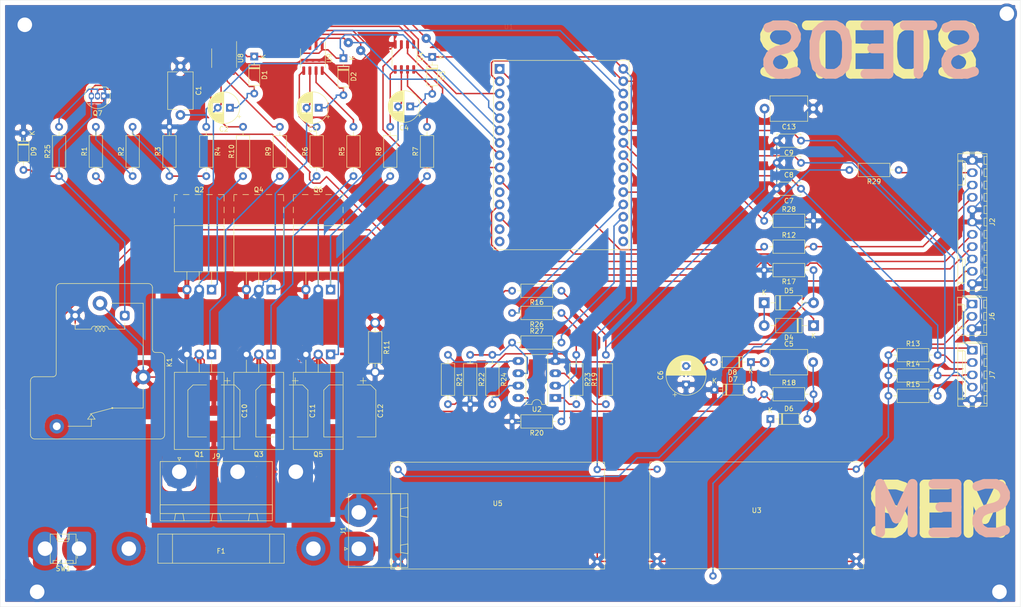
<source format=kicad_pcb>
(kicad_pcb (version 20171130) (host pcbnew "(5.1.9)-1")
  (layers (0 F.Cu signal) (31 B.Cu signal) (34 B.Paste user) (35 F.Paste user) (36 B.SilkS user) (37 F.SilkS user) (38 B.Mask user) (39 F.Mask user) (44 Edge.Cuts user))
  (net 0 "")
  (net 1 Voltage_Sensor)
  (net 2 "Net-(C2-Pad1)")
  (net 3 PH1)
  (net 4 PH2)
  (net 5 "Net-(C3-Pad1)")
  (net 6 "Net-(C4-Pad1)")
  (net 7 PH3)
  (net 8 +12V)
  (net 9 GND)
  (net 10 +5V)
  (net 11 HALL-A)
  (net 12 HALL-B)
  (net 13 HALL-C)
  (net 14 +36V)
  (net 15 "Net-(F1-Pad1)")
  (net 16 "Net-(F1-Pad2)")
  (net 17 Brake)
  (net 18 Throttle)
  (net 19 LM35)
  (net 20 TX-LCD)
  (net 21 RX-LCD)
  (net 22 36V-Power)
  (net 23 "Net-(Q1-Pad1)")
  (net 24 "Net-(Q2-Pad1)")
  (net 25 Current_Sensor)
  (net 26 "Net-(Q3-Pad1)")
  (net 27 "Net-(Q4-Pad1)")
  (net 28 "Net-(Q5-Pad1)")
  (net 29 "Net-(Q6-Pad1)")
  (net 30 "Net-(R1-Pad2)")
  (net 31 "Net-(R2-Pad2)")
  (net 32 HO2)
  (net 33 LO2)
  (net 34 HO3)
  (net 35 LO3)
  (net 36 HO1)
  (net 37 LO1)
  (net 38 +3V3)
  (net 39 LIN3)
  (net 40 HIN3)
  (net 41 LIN2)
  (net 42 HIN2)
  (net 43 LIN1)
  (net 44 HIN1)
  (net 45 Current_Sensor_IN)
  (net 46 "Net-(C5-Pad1)")
  (net 47 "Net-(C5-Pad2)")
  (net 48 "Net-(D4-Pad2)")
  (net 49 LM35-RAW)
  (net 50 "Net-(R19-Pad1)")
  (net 51 1IN-)
  (net 52 "Net-(R21-Pad1)")
  (net 53 2IN-)
  (net 54 "Net-(R23-Pad2)")
  (net 55 "Net-(R24-Pad2)")
  (net 56 "Net-(D5-Pad2)")
  (net 57 "Net-(D6-Pad1)")
  (net 58 Current_Sensor_AO)
  (net 59 OPC_1)
  (net 60 -5V)
  (net 61 Throttle_Raw)
  (module Resistor_THT:R_Axial_DIN0207_L6.3mm_D2.5mm_P10.16mm_Horizontal (layer F.Cu) (at 77.212 66.492 270)
    (fp_text reference R11 (at 5.08 -2.37 270) (layer F.SilkS))
    (fp_text value 0.1)
    (pad 1 thru_hole circle (at 0 0 270) (size 2 2) (drill 1.3) (layers *.Cu *.Mask) (net 25 Current_Sensor))
    (pad 2 thru_hole oval (at 10.16 0 270) (size 2 2) (drill 1.3) (layers *.Cu *.Mask) (net 9 GND))
  )
  (module Connector_Phoenix_GMSTB:PhoenixContact_GMSTBA_2,5_3-G-7,62_1x03_P7.62mm_Horizontal (layer F.Cu) (at 36.8808 97.1804)
    (fp_text reference J9 (at 7.62 -3.2) (layer F.SilkS))
    (fp_text value "BLDC Motor")
    (pad 1 thru_hole roundrect (at 0 0) (size 5 6) (drill 3) (layers *.Cu *.Mask) (roundrect_rratio 0.119) (net 3 PH1))
    (pad 2 thru_hole oval (at 12 0) (size 6 7) (drill 3) (layers *.Cu *.Mask) (net 4 PH2))
    (pad 3 thru_hole oval (at 24 0) (size 6 7) (drill 3) (layers *.Cu *.Mask) (net 7 PH3))
  )
  (module Connector_Molex:Molex_KK-254_AE-6410-02A_1x02_P2.54mm_Vertical (layer F.Cu) (at 14.2454 113.025 180)
    (fp_text reference SW1 (at 1.27 -4.12 180) (layer F.SilkS))
    (fp_text value ON_OFF)
    (pad 2 thru_hole oval (at 5 0 180) (size 5 7) (drill 3) (layers *.Cu *.Mask) (net 14 +36V))
    (pad 1 thru_hole roundrect (at -2 0 180) (size 5 7) (drill 3) (layers *.Cu *.Mask) (roundrect_rratio 0.144) (net 15 "Net-(F1-Pad1)"))
  )
  (module ESP32-DEVKITC-32D_Electeam:MODULE_ESP32-DEVKITC-32D (layer F.Cu) (at 116.836 30.424 180)
    (fp_text reference U1 (at 12.124575 24.940845 180) (layer F.SilkS) (effects (font (size 1.000386 1.000386) (thickness 0.015))))
    (fp_text value ESP32-DEVKITC-32D)
    (pad 30 thru_hole circle (at -11.4554 16.2572 180) (size 2 2) (drill 1.04) (layers *.Cu *.Mask) (net 8 +12V))
    (pad 29 thru_hole circle (at -11.4554 13.7172 180) (size 2 2) (drill 1.04) (layers *.Cu *.Mask) (net 9 GND))
    (pad 28 thru_hole circle (at -11.4554 11.1772 180) (size 2 2) (drill 1.04) (layers *.Cu *.Mask) (net 1 Voltage_Sensor))
    (pad 27 thru_hole circle (at -11.4554 8.6372 180) (size 2 2) (drill 1.04) (layers *.Cu *.Mask))
    (pad 26 thru_hole circle (at -11.4554 6.0972 180) (size 2 2) (drill 1.04) (layers *.Cu *.Mask))
    (pad 25 thru_hole circle (at -11.4554 3.5572 180) (size 2 2) (drill 1.04) (layers *.Cu *.Mask) (net 13 HALL-C))
    (pad 24 thru_hole circle (at -11.4554 1.0172 180) (size 2 2) (drill 1.04) (layers *.Cu *.Mask) (net 12 HALL-B))
    (pad 23 thru_hole circle (at -11.4554 -1.5228 180) (size 2 2) (drill 1.04) (layers *.Cu *.Mask) (net 11 HALL-A))
    (pad 22 thru_hole circle (at -11.4554 -4.0628 180) (size 2 2) (drill 1.04) (layers *.Cu *.Mask))
    (pad 21 thru_hole circle (at -11.4554 -6.6028 180) (size 2 2) (drill 1.04) (layers *.Cu *.Mask))
    (pad 20 thru_hole circle (at -11.4554 -9.1428 180) (size 2 2) (drill 1.04) (layers *.Cu *.Mask) (net 18 Throttle))
    (pad 18 thru_hole circle (at -11.4554 -14.2228 180) (size 2 2) (drill 1.04) (layers *.Cu *.Mask) (net 19 LM35))
    (pad 17 thru_hole circle (at -11.4554 -16.7628 180) (size 2 2) (drill 1.04) (layers *.Cu *.Mask))
    (pad 16 thru_hole circle (at -11.4554 -19.3028 180) (size 2 2) (drill 1.04) (layers *.Cu *.Mask))
    (pad 15 thru_hole circle (at 13.9954 -19.3052) (size 2 2) (drill 1.04) (layers *.Cu *.Mask))
    (pad 14 thru_hole circle (at 13.9954 -16.7652) (size 2 2) (drill 1.04) (layers *.Cu *.Mask))
    (pad 13 thru_hole circle (at 13.9954 -14.2252) (size 2 2) (drill 1.04) (layers *.Cu *.Mask) (net 21 RX-LCD))
    (pad 12 thru_hole circle (at 13.9954 -11.6852) (size 2 2) (drill 1.04) (layers *.Cu *.Mask) (net 20 TX-LCD))
    (pad 11 thru_hole circle (at 13.9954 -9.1452) (size 2 2) (drill 1.04) (layers *.Cu *.Mask))
    (pad 10 thru_hole circle (at 13.9954 -6.6052) (size 2 2) (drill 1.04) (layers *.Cu *.Mask) (net 17 Brake))
    (pad 9 thru_hole circle (at 13.9954 -4.0652) (size 2 2) (drill 1.04) (layers *.Cu *.Mask) (net 39 LIN3))
    (pad 8 thru_hole circle (at 13.9954 -1.5252) (size 2 2) (drill 1.04) (layers *.Cu *.Mask) (net 40 HIN3))
    (pad 7 thru_hole circle (at 13.9954 1.0148) (size 2 2) (drill 1.04) (layers *.Cu *.Mask) (net 41 LIN2))
    (pad 6 thru_hole circle (at 13.9954 3.5548) (size 2 2) (drill 1.04) (layers *.Cu *.Mask) (net 42 HIN2))
    (pad 5 thru_hole circle (at 13.9954 6.0948) (size 2 2) (drill 1.04) (layers *.Cu *.Mask) (net 43 LIN1))
    (pad 4 thru_hole circle (at 13.9954 8.6348) (size 2 2) (drill 1.04) (layers *.Cu *.Mask))
    (pad 3 thru_hole circle (at 13.9954 11.1748) (size 2 2) (drill 1.04) (layers *.Cu *.Mask) (net 44 HIN1))
    (pad 19 thru_hole circle (at -11.4554 -11.6828 180) (size 2 2) (drill 1.04) (layers *.Cu *.Mask) (net 45 Current_Sensor_IN))
    (pad 2 thru_hole circle (at 13.9954 13.7148) (size 2 2) (drill 1.04) (layers *.Cu *.Mask) (net 9 GND))
    (pad 1 thru_hole rect (at 13.9954 16.2548) (size 2 2) (drill 1.04) (layers *.Cu *.Mask) (net 38 +3V3))
  )
  (module Connector_Phoenix_GMSTB:PhoenixContact_GMSTBA_2,5_2-G_1x02_P7.50mm_Horizontal (layer F.Cu) (at 73.8378 113.055 90)
    (fp_text reference J1 (at 3.75 -3.2 90) (layer F.SilkS))
    (fp_text value "Battery Supply")
    (pad 1 thru_hole roundrect (at 0 0 90) (size 5 6) (drill 3) (layers *.Cu *.Mask) (roundrect_rratio 0.125) (net 16 "Net-(F1-Pad2)"))
    (pad 2 thru_hole oval (at 7.5 0 90) (size 6 6) (drill 3) (layers *.Cu *.Mask) (net 9 GND))
  )
  (module Package_TO_SOT_THT_Electeam:Portafusible (layer F.Cu) (at 45.4874 113.025)
    (fp_text reference F1 (at 0 0.5) (layer F.SilkS))
    (fp_text value Fuse)
    (pad 1 thru_hole circle (at -19 0) (size 5 5) (drill 3) (layers *.Cu *.Mask) (net 15 "Net-(F1-Pad1)"))
    (pad 2 thru_hole circle (at 19 0) (size 5 5) (drill 3) (layers *.Cu *.Mask) (net 16 "Net-(F1-Pad2)"))
  )
  (module Package_TO_SOT_THT_Electeam:LM2596DCSourcePin2_Electeam (layer F.Cu) (at 155.762 106.649)
    (fp_text reference U3 (at 0 -1.5) (layer F.SilkS))
    (fp_text value LM2596SOURCE_Pin2)
    (pad 1 thru_hole circle (at -20.5 -10) (size 1.524 1.524) (drill 0.762) (layers *.Cu *.Mask) (net 8 +12V))
    (pad 2 thru_hole circle (at -20.5 9) (size 1.524 1.524) (drill 0.762) (layers *.Cu *.Mask) (net 9 GND))
    (pad 3 thru_hole circle (at 20.5 -10) (size 1.524 1.524) (drill 0.762) (layers *.Cu *.Mask) (net 10 +5V))
    (pad 4 thru_hole circle (at -9 12) (size 1.524 1.524) (drill 0.762) (layers *.Cu *.Mask) (net 57 "Net-(D6-Pad1)"))
    (pad 5 thru_hole circle (at 20.5 9) (size 1.524 1.524) (drill 0.762) (layers *.Cu *.Mask) (net 9 GND))
  )
  (module Package_TO_SOT_THT_Electeam:LM2596DCSource_Electeam (layer F.Cu) (at 102.434 106.713)
    (fp_text reference U5 (at 0 -3) (layer F.SilkS))
    (fp_text value LM2596SOURCE)
    (pad 1 thru_hole circle (at -20.5 -10) (size 1.524 1.524) (drill 0.762) (layers *.Cu *.Mask) (net 56 "Net-(D5-Pad2)"))
    (pad 2 thru_hole circle (at -20.5 9) (size 1.524 1.524) (drill 0.762) (layers *.Cu *.Mask) (net 9 GND))
    (pad 3 thru_hole circle (at 20.5 -10) (size 1.524 1.524) (drill 0.762) (layers *.Cu *.Mask) (net 8 +12V))
    (pad 4 thru_hole circle (at 20.5 9) (size 1.524 1.524) (drill 0.762) (layers *.Cu *.Mask) (net 9 GND))
  )
  (module Package_TO_SOT_THT_Electeam:TO-220-3_Horizontal_TabUp (layer F.Cu) (at 43.5311 59.6454 180)
    (fp_text reference Q2 (at 2.54 20.58) (layer F.SilkS))
    (fp_text value IRF1010N)
    (pad 1 thru_hole rect (at 0 0 180) (size 1.905 2) (drill 1.1) (layers *.Cu *.Mask) (net 24 "Net-(Q2-Pad1)"))
    (pad 2 thru_hole oval (at 2.54 0 180) (size 1.905 2) (drill 1.1) (layers *.Cu *.Mask) (net 3 PH1))
    (pad 3 thru_hole oval (at 5.08 0 180) (size 1.905 2) (drill 1.1) (layers *.Cu *.Mask) (net 25 Current_Sensor))
  )
  (module Capacitor_THT:CP_Radial_D6.3mm_P2.50mm (layer F.Cu) (at 84.4265 21.9192 180)
    (fp_text reference C4 (at 1.25 -4.4) (layer F.SilkS))
    (fp_text value 2.2uF)
    (pad 2 thru_hole circle (at 2.5 0 180) (size 1.6 1.6) (drill 0.8) (layers *.Cu *.Mask) (net 7 PH3))
    (pad 1 thru_hole rect (at 0 0 180) (size 1.6 1.6) (drill 0.8) (layers *.Cu *.Mask) (net 6 "Net-(C4-Pad1)"))
  )
  (module Capacitor_THT:C_Disc_D7.5mm_W5.0mm_P10.00mm (layer F.Cu) (at 37.1181 13.6596 270)
    (fp_text reference C1 (at 5 -3.75 90) (layer F.SilkS))
    (fp_text value 1uF)
    (pad 2 thru_hole circle (at 10 0 270) (size 2 2) (drill 1) (layers *.Cu *.Mask) (net 1 Voltage_Sensor))
    (pad 1 thru_hole circle (at 0 0 270) (size 2 2) (drill 1) (layers *.Cu *.Mask) (net 9 GND))
  )
  (module Capacitor_THT:CP_Radial_D6.3mm_P2.50mm (layer F.Cu) (at 47.3035 22.1732 180)
    (fp_text reference C2 (at 1.25 -4.4) (layer F.SilkS))
    (fp_text value 2.2uF)
    (pad 2 thru_hole circle (at 2.5 0 180) (size 1.6 1.6) (drill 0.8) (layers *.Cu *.Mask) (net 3 PH1))
    (pad 1 thru_hole rect (at 0 0 180) (size 1.6 1.6) (drill 0.8) (layers *.Cu *.Mask) (net 2 "Net-(C2-Pad1)"))
  )
  (module Capacitor_THT:CP_Radial_D6.3mm_P2.50mm (layer F.Cu) (at 65.5915 22.1732 180)
    (fp_text reference C3 (at 1.25 -4.4) (layer F.SilkS))
    (fp_text value 2.2uF)
    (pad 1 thru_hole rect (at 0 0 180) (size 1.6 1.6) (drill 0.8) (layers *.Cu *.Mask) (net 5 "Net-(C3-Pad1)"))
    (pad 2 thru_hole circle (at 2.5 0 180) (size 1.6 1.6) (drill 0.8) (layers *.Cu *.Mask) (net 4 PH2))
  )
  (module Diode_THT:D_DO-35_SOD27_P7.62mm_Horizontal (layer F.Cu) (at 52.32 11.628 270)
    (fp_text reference D1 (at 3.81 -2.12 90) (layer F.SilkS))
    (fp_text value 1N4004)
    (fp_text user K (at 0 -1.8 90) (layer F.SilkS))
    (pad 1 thru_hole rect (at 0 0 270) (size 1.6 1.6) (drill 0.8) (layers *.Cu *.Mask) (net 8 +12V))
    (pad 2 thru_hole oval (at 7.62 0 270) (size 1.6 1.6) (drill 0.8) (layers *.Cu *.Mask) (net 2 "Net-(C2-Pad1)"))
  )
  (module Diode_THT:D_DO-35_SOD27_P7.62mm_Horizontal (layer F.Cu) (at 70.6715 11.9582 270)
    (fp_text reference D2 (at 3.81 -2.12 90) (layer F.SilkS))
    (fp_text value 1N4004)
    (fp_text user K (at 0 -1.8 90) (layer F.SilkS))
    (pad 2 thru_hole oval (at 7.62 0 270) (size 1.6 1.6) (drill 0.8) (layers *.Cu *.Mask) (net 5 "Net-(C3-Pad1)"))
    (pad 1 thru_hole rect (at 0 0 270) (size 1.6 1.6) (drill 0.8) (layers *.Cu *.Mask) (net 8 +12V))
  )
  (module Diode_THT:D_DO-35_SOD27_P7.62mm_Horizontal (layer F.Cu) (at 88.9595 11.7042 270)
    (fp_text reference D3 (at 3.81 -2.12 90) (layer F.SilkS))
    (fp_text value 1N4004)
    (fp_text user K (at 0 -1.8 90) (layer F.SilkS))
    (pad 1 thru_hole rect (at 0 0 270) (size 1.6 1.6) (drill 0.8) (layers *.Cu *.Mask) (net 8 +12V))
    (pad 2 thru_hole oval (at 7.62 0 270) (size 1.6 1.6) (drill 0.8) (layers *.Cu *.Mask) (net 6 "Net-(C4-Pad1)"))
  )
  (module Connector_Molex:Molex_KK-254_AE-6410-03A_1x03_P2.54mm_Vertical (layer F.Cu) (at 200.082 62.6236 270)
    (fp_text reference J6 (at 2.54 -4.12 90) (layer F.SilkS))
    (fp_text value LM35)
    (pad 3 thru_hole oval (at 5.08 0 270) (size 1.74 2.19) (drill 1.19) (layers *.Cu *.Mask) (net 9 GND))
    (pad 2 thru_hole oval (at 2.54 0 270) (size 1.74 2.19) (drill 1.19) (layers *.Cu *.Mask) (net 49 LM35-RAW))
    (pad 1 thru_hole roundrect (at 0 0 270) (size 1.74 2.19) (drill 1.19) (layers *.Cu *.Mask) (roundrect_rratio 0.1436775862068966) (net 10 +5V))
  )
  (module Connector_Molex:Molex_KK-254_AE-6410-05A_1x05_P2.54mm_Vertical (layer F.Cu) (at 200.152 72.136 270)
    (fp_text reference J7 (at 5.08 -4.12 90) (layer F.SilkS))
    (fp_text value "Hall Sensors")
    (pad 1 thru_hole roundrect (at 0 0 270) (size 1.74 2.19) (drill 1.19) (layers *.Cu *.Mask) (roundrect_rratio 0.1436775862068966) (net 10 +5V))
    (pad 2 thru_hole oval (at 2.54 0 270) (size 1.74 2.19) (drill 1.19) (layers *.Cu *.Mask) (net 11 HALL-A))
    (pad 3 thru_hole oval (at 5.08 0 270) (size 1.74 2.19) (drill 1.19) (layers *.Cu *.Mask) (net 12 HALL-B))
    (pad 4 thru_hole oval (at 7.62 0 270) (size 1.74 2.19) (drill 1.19) (layers *.Cu *.Mask) (net 13 HALL-C))
    (pad 5 thru_hole oval (at 10.16 0 270) (size 1.74 2.19) (drill 1.19) (layers *.Cu *.Mask) (net 9 GND))
  )
  (module Resistor_THT:R_Axial_DIN0207_L6.3mm_D2.5mm_P10.16mm_Horizontal (layer F.Cu) (at 19.7112 36.266 90)
    (fp_text reference R1 (at 5.08 -2.37 90) (layer F.SilkS))
    (fp_text value 12k)
    (pad 2 thru_hole oval (at 10.16 0 90) (size 1.6 1.6) (drill 0.8) (layers *.Cu *.Mask) (net 30 "Net-(R1-Pad2)"))
    (pad 1 thru_hole circle (at 0 0 90) (size 1.6 1.6) (drill 0.8) (layers *.Cu *.Mask) (net 14 +36V))
  )
  (module Resistor_THT:R_Axial_DIN0207_L6.3mm_D2.5mm_P10.16mm_Horizontal (layer F.Cu) (at 27.2869 36.266 90)
    (fp_text reference R2 (at 5.08 -2.37 90) (layer F.SilkS))
    (fp_text value 1k)
    (pad 1 thru_hole circle (at 0 0 90) (size 1.6 1.6) (drill 0.8) (layers *.Cu *.Mask) (net 30 "Net-(R1-Pad2)"))
    (pad 2 thru_hole oval (at 10.16 0 90) (size 1.6 1.6) (drill 0.8) (layers *.Cu *.Mask) (net 31 "Net-(R2-Pad2)"))
  )
  (module Resistor_THT:R_Axial_DIN0207_L6.3mm_D2.5mm_P10.16mm_Horizontal (layer F.Cu) (at 34.8626 36.266 90)
    (fp_text reference R3 (at 5.08 -2.37 90) (layer F.SilkS))
    (fp_text value 1k)
    (pad 1 thru_hole circle (at 0 0 90) (size 1.6 1.6) (drill 0.8) (layers *.Cu *.Mask) (net 31 "Net-(R2-Pad2)"))
    (pad 2 thru_hole oval (at 10.16 0 90) (size 1.6 1.6) (drill 0.8) (layers *.Cu *.Mask) (net 9 GND))
  )
  (module Resistor_THT:R_Axial_DIN0207_L6.3mm_D2.5mm_P10.16mm_Horizontal (layer F.Cu) (at 42.4383 26.106 270)
    (fp_text reference R4 (at 5.08 -2.37 90) (layer F.SilkS))
    (fp_text value 10k)
    (pad 2 thru_hole oval (at 10.16 0 270) (size 1.6 1.6) (drill 0.8) (layers *.Cu *.Mask) (net 31 "Net-(R2-Pad2)"))
    (pad 1 thru_hole circle (at 0 0 270) (size 1.6 1.6) (drill 0.8) (layers *.Cu *.Mask) (net 1 Voltage_Sensor))
  )
  (module Resistor_THT:R_Axial_DIN0207_L6.3mm_D2.5mm_P10.16mm_Horizontal (layer F.Cu) (at 72.7412 36.266 90)
    (fp_text reference R5 (at 5.08 -2.37 90) (layer F.SilkS))
    (fp_text value 100)
    (pad 1 thru_hole circle (at 0 0 90) (size 1.6 1.6) (drill 0.8) (layers *.Cu *.Mask) (net 26 "Net-(Q3-Pad1)"))
    (pad 2 thru_hole oval (at 10.16 0 90) (size 1.6 1.6) (drill 0.8) (layers *.Cu *.Mask) (net 32 HO2))
  )
  (module Resistor_THT:R_Axial_DIN0207_L6.3mm_D2.5mm_P10.16mm_Horizontal (layer F.Cu) (at 65.1655 36.266 90)
    (fp_text reference R6 (at 5.08 -2.37 90) (layer F.SilkS))
    (fp_text value 100)
    (pad 2 thru_hole oval (at 10.16 0 90) (size 1.6 1.6) (drill 0.8) (layers *.Cu *.Mask) (net 33 LO2))
    (pad 1 thru_hole circle (at 0 0 90) (size 1.6 1.6) (drill 0.8) (layers *.Cu *.Mask) (net 27 "Net-(Q4-Pad1)"))
  )
  (module Resistor_THT:R_Axial_DIN0207_L6.3mm_D2.5mm_P10.16mm_Horizontal (layer F.Cu) (at 87.8927 36.266 90)
    (fp_text reference R7 (at 5.08 -2.37 90) (layer F.SilkS))
    (fp_text value 100)
    (pad 1 thru_hole circle (at 0 0 90) (size 1.6 1.6) (drill 0.8) (layers *.Cu *.Mask) (net 28 "Net-(Q5-Pad1)"))
    (pad 2 thru_hole oval (at 10.16 0 90) (size 1.6 1.6) (drill 0.8) (layers *.Cu *.Mask) (net 34 HO3))
  )
  (module Resistor_THT:R_Axial_DIN0207_L6.3mm_D2.5mm_P10.16mm_Horizontal (layer F.Cu) (at 80.317 36.266 90)
    (fp_text reference R8 (at 5.08 -2.37 90) (layer F.SilkS))
    (fp_text value 100)
    (pad 2 thru_hole oval (at 10.16 0 90) (size 1.6 1.6) (drill 0.8) (layers *.Cu *.Mask) (net 35 LO3))
    (pad 1 thru_hole circle (at 0 0 90) (size 1.6 1.6) (drill 0.8) (layers *.Cu *.Mask) (net 29 "Net-(Q6-Pad1)"))
  )
  (module Resistor_THT:R_Axial_DIN0207_L6.3mm_D2.5mm_P10.16mm_Horizontal (layer F.Cu) (at 57.5898 36.266 90)
    (fp_text reference R9 (at 5.08 -2.37 90) (layer F.SilkS))
    (fp_text value 100)
    (pad 1 thru_hole circle (at 0 0 90) (size 1.6 1.6) (drill 0.8) (layers *.Cu *.Mask) (net 23 "Net-(Q1-Pad1)"))
    (pad 2 thru_hole oval (at 10.16 0 90) (size 1.6 1.6) (drill 0.8) (layers *.Cu *.Mask) (net 36 HO1))
  )
  (module Resistor_THT:R_Axial_DIN0207_L6.3mm_D2.5mm_P10.16mm_Horizontal (layer F.Cu) (at 50.0141 36.266 90)
    (fp_text reference R10 (at 5.08 -2.37 90) (layer F.SilkS))
    (fp_text value 100)
    (pad 1 thru_hole circle (at 0 0 90) (size 1.6 1.6) (drill 0.8) (layers *.Cu *.Mask) (net 24 "Net-(Q2-Pad1)"))
    (pad 2 thru_hole oval (at 10.16 0 90) (size 1.6 1.6) (drill 0.8) (layers *.Cu *.Mask) (net 37 LO1))
  )
  (module Resistor_THT:R_Axial_DIN0207_L6.3mm_D2.5mm_P10.16mm_Horizontal (layer F.Cu) (at 157.306 50.8)
    (fp_text reference R12 (at 5.08 -2.37) (layer F.SilkS))
    (fp_text value 1.5k)
    (pad 1 thru_hole circle (at 0 0) (size 1.6 1.6) (drill 0.8) (layers *.Cu *.Mask) (net 38 +3V3))
    (pad 2 thru_hole oval (at 10.16 0) (size 1.6 1.6) (drill 0.8) (layers *.Cu *.Mask) (net 17 Brake))
  )
  (module Resistor_THT:R_Axial_DIN0207_L6.3mm_D2.5mm_P10.16mm_Horizontal (layer F.Cu) (at 182.876 73.152)
    (fp_text reference R13 (at 5.08 -2.37) (layer F.SilkS))
    (fp_text value 1.5k)
    (pad 1 thru_hole circle (at 0 0) (size 1.6 1.6) (drill 0.8) (layers *.Cu *.Mask) (net 10 +5V))
    (pad 2 thru_hole oval (at 10.16 0) (size 1.6 1.6) (drill 0.8) (layers *.Cu *.Mask) (net 11 HALL-A))
  )
  (module Resistor_THT:R_Axial_DIN0207_L6.3mm_D2.5mm_P10.16mm_Horizontal (layer F.Cu) (at 182.876 77.343)
    (fp_text reference R14 (at 5.08 -2.37) (layer F.SilkS))
    (fp_text value 1.5k)
    (pad 2 thru_hole oval (at 10.16 0) (size 1.6 1.6) (drill 0.8) (layers *.Cu *.Mask) (net 12 HALL-B))
    (pad 1 thru_hole circle (at 0 0) (size 1.6 1.6) (drill 0.8) (layers *.Cu *.Mask) (net 10 +5V))
  )
  (module Resistor_THT:R_Axial_DIN0207_L6.3mm_D2.5mm_P10.16mm_Horizontal (layer F.Cu) (at 182.876 81.534)
    (fp_text reference R15 (at 5.08 -2.37) (layer F.SilkS))
    (fp_text value 1.5k)
    (pad 1 thru_hole circle (at 0 0) (size 1.6 1.6) (drill 0.8) (layers *.Cu *.Mask) (net 10 +5V))
    (pad 2 thru_hole oval (at 10.16 0) (size 1.6 1.6) (drill 0.8) (layers *.Cu *.Mask) (net 13 HALL-C))
  )
  (module Package_SO:SO-8_3.9x4.9mm_P1.27mm (layer F.Cu) (at 83.2445 11.7042 270)
    (fp_text reference U4 (at 0 -3.4 90) (layer F.SilkS))
    (fp_text value IR2103)
    (pad 8 smd roundrect (at 2.575 -1.905 270) (size 1.75 0.6) (layers F.Cu F.Paste F.Mask) (net 6 "Net-(C4-Pad1)"))
    (pad 7 smd roundrect (at 2.575 -0.635 270) (size 1.75 0.6) (layers F.Cu F.Paste F.Mask) (net 34 HO3))
    (pad 6 smd roundrect (at 2.575 0.635 270) (size 1.75 0.6) (layers F.Cu F.Paste F.Mask) (net 7 PH3))
    (pad 5 smd roundrect (at 2.575 1.905 270) (size 1.75 0.6) (layers F.Cu F.Paste F.Mask) (net 35 LO3))
    (pad 4 smd roundrect (at -2.575 1.905 270) (size 1.75 0.6) (layers F.Cu F.Paste F.Mask) (net 9 GND))
    (pad 3 smd roundrect (at -2.575 0.635 270) (size 1.75 0.6) (layers F.Cu F.Paste F.Mask) (net 39 LIN3))
    (pad 2 smd roundrect (at -2.575 -0.635 270) (size 1.75 0.6) (layers F.Cu F.Paste F.Mask) (net 40 HIN3))
    (pad 1 smd roundrect (at -2.575 -1.905 270) (size 1.75 0.6) (layers F.Cu F.Paste F.Mask) (net 8 +12V))
  )
  (module Package_SO:SO-8_3.9x4.9mm_P1.27mm (layer F.Cu) (at 46.1215 11.9582 270)
    (fp_text reference U8 (at 0 -3.4 90) (layer F.SilkS))
    (fp_text value IR2103)
    (pad 1 smd roundrect (at -2.575 -1.905 270) (size 1.75 0.6) (layers F.Cu F.Paste F.Mask) (net 8 +12V))
    (pad 2 smd roundrect (at -2.575 -0.635 270) (size 1.75 0.6) (layers F.Cu F.Paste F.Mask) (net 44 HIN1))
    (pad 3 smd roundrect (at -2.575 0.635 270) (size 1.75 0.6) (layers F.Cu F.Paste F.Mask) (net 43 LIN1))
    (pad 4 smd roundrect (at -2.575 1.905 270) (size 1.75 0.6) (layers F.Cu F.Paste F.Mask) (net 9 GND))
    (pad 5 smd roundrect (at 2.575 1.905 270) (size 1.75 0.6) (layers F.Cu F.Paste F.Mask) (net 37 LO1))
    (pad 6 smd roundrect (at 2.575 0.635 270) (size 1.75 0.6) (layers F.Cu F.Paste F.Mask) (net 3 PH1))
    (pad 7 smd roundrect (at 2.575 -0.635 270) (size 1.75 0.6) (layers F.Cu F.Paste F.Mask) (net 36 HO1))
    (pad 8 smd roundrect (at 2.575 -1.905 270) (size 1.75 0.6) (layers F.Cu F.Paste F.Mask) (net 2 "Net-(C2-Pad1)"))
  )
  (module Package_SO:SO-8_3.9x4.9mm_P1.27mm (layer F.Cu) (at 64.4095 11.9582 270)
    (fp_text reference U9 (at 0 -3.4 90) (layer F.SilkS))
    (fp_text value IR2103)
    (pad 1 smd roundrect (at -2.575 -1.905 270) (size 1.75 0.6) (layers F.Cu F.Paste F.Mask) (net 8 +12V))
    (pad 2 smd roundrect (at -2.575 -0.635 270) (size 1.75 0.6) (layers F.Cu F.Paste F.Mask) (net 42 HIN2))
    (pad 3 smd roundrect (at -2.575 0.635 270) (size 1.75 0.6) (layers F.Cu F.Paste F.Mask) (net 41 LIN2))
    (pad 4 smd roundrect (at -2.575 1.905 270) (size 1.75 0.6) (layers F.Cu F.Paste F.Mask) (net 9 GND))
    (pad 5 smd roundrect (at 2.575 1.905 270) (size 1.75 0.6) (layers F.Cu F.Paste F.Mask) (net 33 LO2))
    (pad 6 smd roundrect (at 2.575 0.635 270) (size 1.75 0.6) (layers F.Cu F.Paste F.Mask) (net 4 PH2))
    (pad 7 smd roundrect (at 2.575 -0.635 270) (size 1.75 0.6) (layers F.Cu F.Paste F.Mask) (net 32 HO2))
    (pad 8 smd roundrect (at 2.575 -1.905 270) (size 1.75 0.6) (layers F.Cu F.Paste F.Mask) (net 5 "Net-(C3-Pad1)"))
  )
  (module Package_TO_SOT_THT_Electeam:TO-220-3_Horizontal_TabDown (layer F.Cu) (at 43.5311 73.0058 180)
    (fp_text reference Q1 (at 2.54 -20.58) (layer F.SilkS))
    (fp_text value IRF1010N)
    (pad 1 thru_hole rect (at 0 0 180) (size 1.905 2) (drill 1.1) (layers *.Cu *.Mask) (net 23 "Net-(Q1-Pad1)"))
    (pad 2 thru_hole oval (at 2.54 0 180) (size 1.905 2) (drill 1.1) (layers *.Cu *.Mask) (net 22 36V-Power))
    (pad 3 thru_hole oval (at 5.08 0 180) (size 1.905 2) (drill 1.1) (layers *.Cu *.Mask) (net 3 PH1))
  )
  (module Package_TO_SOT_THT_Electeam:TO-220-3_Horizontal_TabDown (layer F.Cu) (at 55.7818 73.0058 180)
    (fp_text reference Q3 (at 2.54 -20.58) (layer F.SilkS))
    (fp_text value IRF1010N)
    (pad 3 thru_hole oval (at 5.08 0 180) (size 1.905 2) (drill 1.1) (layers *.Cu *.Mask) (net 4 PH2))
    (pad 2 thru_hole oval (at 2.54 0 180) (size 1.905 2) (drill 1.1) (layers *.Cu *.Mask) (net 22 36V-Power))
    (pad 1 thru_hole rect (at 0 0 180) (size 1.905 2) (drill 1.1) (layers *.Cu *.Mask) (net 26 "Net-(Q3-Pad1)"))
  )
  (module Package_TO_SOT_THT_Electeam:TO-220-3_Horizontal_TabUp (layer F.Cu) (at 55.7818 59.6454 180)
    (fp_text reference Q4 (at 2.54 20.58) (layer F.SilkS))
    (fp_text value IRF1010N)
    (pad 1 thru_hole rect (at 0 0 180) (size 1.905 2) (drill 1.1) (layers *.Cu *.Mask) (net 27 "Net-(Q4-Pad1)"))
    (pad 2 thru_hole oval (at 2.54 0 180) (size 1.905 2) (drill 1.1) (layers *.Cu *.Mask) (net 4 PH2))
    (pad 3 thru_hole oval (at 5.08 0 180) (size 1.905 2) (drill 1.1) (layers *.Cu *.Mask) (net 25 Current_Sensor))
  )
  (module Package_TO_SOT_THT_Electeam:TO-220-3_Horizontal_TabDown (layer F.Cu) (at 68.0325 73.0058 180)
    (fp_text reference Q5 (at 2.54 -20.58) (layer F.SilkS))
    (fp_text value IRF1010N)
    (pad 1 thru_hole rect (at 0 0 180) (size 1.905 2) (drill 1.1) (layers *.Cu *.Mask) (net 28 "Net-(Q5-Pad1)"))
    (pad 2 thru_hole oval (at 2.54 0 180) (size 1.905 2) (drill 1.1) (layers *.Cu *.Mask) (net 22 36V-Power))
    (pad 3 thru_hole oval (at 5.08 0 180) (size 1.905 2) (drill 1.1) (layers *.Cu *.Mask) (net 7 PH3))
  )
  (module Package_TO_SOT_THT_Electeam:TO-220-3_Horizontal_TabUp (layer F.Cu) (at 68.0325 59.6454 180)
    (fp_text reference Q6 (at 2.54 20.58) (layer F.SilkS))
    (fp_text value IRF1010N)
    (pad 1 thru_hole rect (at 0 0 180) (size 1.905 2) (drill 1.1) (layers *.Cu *.Mask) (net 29 "Net-(Q6-Pad1)"))
    (pad 2 thru_hole oval (at 2.54 0 180) (size 1.905 2) (drill 1.1) (layers *.Cu *.Mask) (net 7 PH3))
    (pad 3 thru_hole oval (at 5.08 0 180) (size 1.905 2) (drill 1.1) (layers *.Cu *.Mask) (net 25 Current_Sensor))
  )
  (module Capacitor_THT:C_Disc_D4.7mm_W2.5mm_P5.00mm (layer F.Cu) (at 164.886 38.862 180)
    (fp_text reference C7 (at 2.5 -2.5) (layer F.SilkS))
    (fp_text value 0.1uF)
    (pad 2 thru_hole circle (at 5 0 180) (size 1.6 1.6) (drill 0.8) (layers *.Cu *.Mask) (net 9 GND))
    (pad 1 thru_hole circle (at 0 0 180) (size 1.6 1.6) (drill 0.8) (layers *.Cu *.Mask) (net 11 HALL-A))
  )
  (module Capacitor_THT:C_Disc_D4.7mm_W2.5mm_P5.00mm (layer F.Cu) (at 164.886 33.528 180)
    (fp_text reference C8 (at 2.5 -2.5) (layer F.SilkS))
    (fp_text value 0.1uF)
    (pad 1 thru_hole circle (at 0 0 180) (size 1.6 1.6) (drill 0.8) (layers *.Cu *.Mask) (net 12 HALL-B))
    (pad 2 thru_hole circle (at 5 0 180) (size 1.6 1.6) (drill 0.8) (layers *.Cu *.Mask) (net 9 GND))
  )
  (module Capacitor_THT:C_Disc_D4.7mm_W2.5mm_P5.00mm (layer F.Cu) (at 164.886 28.956 180)
    (fp_text reference C9 (at 2.5 -2.5) (layer F.SilkS))
    (fp_text value 0.1uF)
    (pad 1 thru_hole circle (at 0 0 180) (size 1.6 1.6) (drill 0.8) (layers *.Cu *.Mask) (net 13 HALL-C))
    (pad 2 thru_hole circle (at 5 0 180) (size 1.6 1.6) (drill 0.8) (layers *.Cu *.Mask) (net 9 GND))
  )
  (module Capacitor_THT:C_Disc_D7.5mm_W5.0mm_P10.00mm (layer F.Cu) (at 167.386 22.352 180)
    (fp_text reference C13 (at 5 -3.75) (layer F.SilkS))
    (fp_text value 0.1uF)
    (pad 1 thru_hole circle (at 0 0 180) (size 2 2) (drill 1) (layers *.Cu *.Mask) (net 9 GND))
    (pad 2 thru_hole circle (at 10 0 180) (size 2 2) (drill 1) (layers *.Cu *.Mask) (net 58 Current_Sensor_AO))
  )
  (module Resistor_THT:R_Axial_DIN0207_L6.3mm_D2.5mm_P10.16mm_Horizontal (layer F.Cu) (at 115.566 59.888 180)
    (fp_text reference R16 (at 5.08 -2.37) (layer F.SilkS))
    (fp_text value 10k)
    (pad 1 thru_hole circle (at 0 0 180) (size 1.6 1.6) (drill 0.8) (layers *.Cu *.Mask) (net 58 Current_Sensor_AO))
    (pad 2 thru_hole oval (at 10.16 0 180) (size 1.6 1.6) (drill 0.8) (layers *.Cu *.Mask) (net 25 Current_Sensor))
  )
  (module Capacitor_SMD:CP_Elec_10x14.3 (layer F.Cu) (at 44.0117 84.6504 270)
    (fp_text reference C10 (at 0 -6.3 90) (layer F.SilkS))
    (fp_text value 220uF)
    (pad 1 smd roundrect (at -4.2 0 270) (size 4.4 2.5) (layers F.Cu F.Paste F.Mask) (roundrect_rratio 0.1) (net 22 36V-Power))
    (pad 2 smd roundrect (at 4.2 0 270) (size 4.4 2.5) (layers F.Cu F.Paste F.Mask) (roundrect_rratio 0.1) (net 9 GND))
  )
  (module Capacitor_SMD:CP_Elec_10x14.3 (layer F.Cu) (at 58.0017 84.6504 270)
    (fp_text reference C11 (at 0 -6.3 90) (layer F.SilkS))
    (fp_text value 220uF)
    (pad 2 smd roundrect (at 4.2 0 270) (size 4.4 2.5) (layers F.Cu F.Paste F.Mask) (roundrect_rratio 0.1) (net 9 GND))
    (pad 1 smd roundrect (at -4.2 0 270) (size 4.4 2.5) (layers F.Cu F.Paste F.Mask) (roundrect_rratio 0.1) (net 22 36V-Power))
  )
  (module Capacitor_SMD:CP_Elec_10x14.3 (layer F.Cu) (at 71.9917 84.6504 270)
    (fp_text reference C12 (at 0 -6.3 90) (layer F.SilkS))
    (fp_text value 220uF)
    (pad 1 smd roundrect (at -4.2 0 270) (size 4.4 2.5) (layers F.Cu F.Paste F.Mask) (roundrect_rratio 0.1) (net 22 36V-Power))
    (pad 2 smd roundrect (at 4.2 0 270) (size 4.4 2.5) (layers F.Cu F.Paste F.Mask) (roundrect_rratio 0.1) (net 9 GND))
  )
  (module Capacitor_THT:C_Disc_D7.5mm_W5.0mm_P10.00mm (layer F.Cu) (at 157.386 74.6032)
    (fp_text reference C5 (at 5 -3.75) (layer F.SilkS))
    (fp_text value 0.47uF)
    (pad 1 thru_hole circle (at 0 0) (size 2 2) (drill 1) (layers *.Cu *.Mask) (net 46 "Net-(C5-Pad1)"))
    (pad 2 thru_hole circle (at 10 0) (size 2 2) (drill 1) (layers *.Cu *.Mask) (net 47 "Net-(C5-Pad2)"))
  )
  (module Diode_THT:D_DO-41_SOD81_P10.16mm_Horizontal (layer F.Cu) (at 167.466 67.056 180)
    (fp_text reference D4 (at 5.08 -2.47) (layer F.SilkS))
    (fp_text value 1N4728A)
    (fp_text user K (at 0 -2.1) (layer F.SilkS))
    (pad 1 thru_hole rect (at 0 0 180) (size 2.2 2.2) (drill 1.1) (layers *.Cu *.Mask) (net 14 +36V))
    (pad 2 thru_hole oval (at 10.16 0 180) (size 2.2 2.2) (drill 1.1) (layers *.Cu *.Mask) (net 48 "Net-(D4-Pad2)"))
  )
  (module Diode_THT:D_DO-41_SOD81_P10.16mm_Horizontal (layer F.Cu) (at 157.306 62.3524)
    (fp_text reference D5 (at 5.08 -2.47) (layer F.SilkS))
    (fp_text value 1N4728A)
    (fp_text user K (at 0 -2.1) (layer F.SilkS))
    (pad 2 thru_hole oval (at 10.16 0) (size 2.2 2.2) (drill 1.1) (layers *.Cu *.Mask) (net 56 "Net-(D5-Pad2)"))
    (pad 1 thru_hole rect (at 0 0) (size 2.2 2.2) (drill 1.1) (layers *.Cu *.Mask) (net 48 "Net-(D4-Pad2)"))
  )
  (module Diode_THT:D_DO-35_SOD27_P7.62mm_Horizontal (layer F.Cu) (at 158.576 86.304)
    (fp_text reference D6 (at 3.81 -2.12) (layer F.SilkS))
    (fp_text value 1N4148)
    (fp_text user K (at 0 -1.8) (layer F.SilkS))
    (pad 1 thru_hole rect (at 0 0) (size 1.6 1.6) (drill 0.8) (layers *.Cu *.Mask) (net 57 "Net-(D6-Pad1)"))
    (pad 2 thru_hole oval (at 7.62 0) (size 1.6 1.6) (drill 0.8) (layers *.Cu *.Mask) (net 47 "Net-(C5-Pad2)"))
  )
  (module Diode_THT:D_DO-35_SOD27_P7.62mm_Horizontal (layer F.Cu) (at 147.066 80.264)
    (fp_text reference D7 (at 3.81 -2.12) (layer F.SilkS))
    (fp_text value 1N4148)
    (fp_text user K (at 0 -1.8) (layer F.SilkS))
    (pad 2 thru_hole oval (at 7.62 0) (size 1.6 1.6) (drill 0.8) (layers *.Cu *.Mask) (net 46 "Net-(C5-Pad1)"))
    (pad 1 thru_hole rect (at 0 0) (size 1.6 1.6) (drill 0.8) (layers *.Cu *.Mask) (net 9 GND))
  )
  (module Diode_THT:D_DO-35_SOD27_P7.62mm_Horizontal (layer F.Cu) (at 154.574 74.5786 180)
    (fp_text reference D8 (at 3.81 -2.12) (layer F.SilkS))
    (fp_text value 1N4148)
    (fp_text user K (at 0 -1.8) (layer F.SilkS))
    (pad 1 thru_hole rect (at 0 0 180) (size 1.6 1.6) (drill 0.8) (layers *.Cu *.Mask) (net 46 "Net-(C5-Pad1)"))
    (pad 2 thru_hole oval (at 7.62 0 180) (size 1.6 1.6) (drill 0.8) (layers *.Cu *.Mask) (net 60 -5V))
  )
  (module Capacitor_THT:CP_Radial_D8.0mm_P3.80mm (layer F.Cu) (at 141.22 79.192 90)
    (fp_text reference C6 (at 1.9 -5.25 90) (layer F.SilkS))
    (fp_text value 47uF)
    (pad 1 thru_hole rect (at 0 0 90) (size 1.6 1.6) (drill 0.8) (layers *.Cu *.Mask) (net 9 GND))
    (pad 2 thru_hole circle (at 3.8 0 90) (size 1.6 1.6) (drill 0.8) (layers *.Cu *.Mask) (net 60 -5V))
  )
  (module Resistor_THT:R_Axial_DIN0207_L6.3mm_D2.5mm_P10.16mm_Horizontal (layer F.Cu) (at 157.306 81.2036)
    (fp_text reference R18 (at 5.08 -2.37) (layer F.SilkS))
    (fp_text value 220)
    (pad 1 thru_hole circle (at 0 0) (size 1.6 1.6) (drill 0.8) (layers *.Cu *.Mask) (net 10 +5V))
    (pad 2 thru_hole oval (at 10.16 0) (size 1.6 1.6) (drill 0.8) (layers *.Cu *.Mask) (net 47 "Net-(C5-Pad2)"))
  )
  (module Resistor_THT:R_Axial_DIN0207_L6.3mm_D2.5mm_P10.16mm_Horizontal (layer F.Cu) (at 124.71 83.256 90)
    (fp_text reference R19 (at 5.08 -2.37 90) (layer F.SilkS))
    (fp_text value 4.7k)
    (pad 2 thru_hole oval (at 10.16 0 90) (size 1.6 1.6) (drill 0.8) (layers *.Cu *.Mask) (net 58 Current_Sensor_AO))
    (pad 1 thru_hole circle (at 0 0 90) (size 1.6 1.6) (drill 0.8) (layers *.Cu *.Mask) (net 50 "Net-(R19-Pad1)"))
  )
  (module Resistor_THT:R_Axial_DIN0207_L6.3mm_D2.5mm_P10.16mm_Horizontal (layer F.Cu) (at 115.566 86.812 180)
    (fp_text reference R20 (at 5.08 -2.37) (layer F.SilkS))
    (fp_text value 15k)
    (pad 1 thru_hole circle (at 0 0 180) (size 1.6 1.6) (drill 0.8) (layers *.Cu *.Mask) (net 51 1IN-))
    (pad 2 thru_hole oval (at 10.16 0 180) (size 1.6 1.6) (drill 0.8) (layers *.Cu *.Mask) (net 9 GND))
  )
  (module Resistor_THT:R_Axial_DIN0207_L6.3mm_D2.5mm_P10.16mm_Horizontal (layer F.Cu) (at 92.198 73.096 270)
    (fp_text reference R21 (at 5.08 -2.37 90) (layer F.SilkS))
    (fp_text value 15k)
    (pad 1 thru_hole circle (at 0 0 270) (size 1.6 1.6) (drill 0.8) (layers *.Cu *.Mask) (net 52 "Net-(R21-Pad1)"))
    (pad 2 thru_hole oval (at 10.16 0 270) (size 1.6 1.6) (drill 0.8) (layers *.Cu *.Mask) (net 49 LM35-RAW))
  )
  (module Resistor_THT:R_Axial_DIN0207_L6.3mm_D2.5mm_P10.16mm_Horizontal (layer F.Cu) (at 96.77 73.096 270)
    (fp_text reference R22 (at 5.08 -2.37 90) (layer F.SilkS))
    (fp_text value 15k)
    (pad 2 thru_hole oval (at 10.16 0 270) (size 1.6 1.6) (drill 0.8) (layers *.Cu *.Mask) (net 9 GND))
    (pad 1 thru_hole circle (at 0 0 270) (size 1.6 1.6) (drill 0.8) (layers *.Cu *.Mask) (net 53 2IN-))
  )
  (module Resistor_THT:R_Axial_DIN0207_L6.3mm_D2.5mm_P10.16mm_Horizontal (layer F.Cu) (at 118.614 73.096 270)
    (fp_text reference R23 (at 5.08 -2.37 90) (layer F.SilkS))
    (fp_text value 150k)
    (pad 2 thru_hole oval (at 10.16 0 270) (size 1.6 1.6) (drill 0.8) (layers *.Cu *.Mask) (net 54 "Net-(R23-Pad2)"))
    (pad 1 thru_hole circle (at 0 0 270) (size 1.6 1.6) (drill 0.8) (layers *.Cu *.Mask) (net 51 1IN-))
  )
  (module Resistor_THT:R_Axial_DIN0207_L6.3mm_D2.5mm_P10.16mm_Horizontal (layer F.Cu) (at 101.342 73.096 270)
    (fp_text reference R24 (at 5.08 -2.37 90) (layer F.SilkS))
    (fp_text value 75k)
    (pad 1 thru_hole circle (at 0 0 270) (size 1.6 1.6) (drill 0.8) (layers *.Cu *.Mask) (net 53 2IN-))
    (pad 2 thru_hole oval (at 10.16 0 270) (size 1.6 1.6) (drill 0.8) (layers *.Cu *.Mask) (net 55 "Net-(R24-Pad2)"))
  )
  (module Package_DIP:DIP-8_W7.62mm_LongPads (layer F.Cu) (at 114.311 81.976 180)
    (fp_text reference U2 (at 3.81 -2.33) (layer F.SilkS))
    (fp_text value MC1458P)
    (pad 1 thru_hole rect (at 0 0 180) (size 2.4 1.6) (drill 0.8) (layers *.Cu *.Mask) (net 54 "Net-(R23-Pad2)"))
    (pad 5 thru_hole oval (at 7.62 7.62 180) (size 2.4 1.6) (drill 0.8) (layers *.Cu *.Mask) (net 52 "Net-(R21-Pad1)"))
    (pad 2 thru_hole oval (at 0 2.54 180) (size 2.4 1.6) (drill 0.8) (layers *.Cu *.Mask) (net 51 1IN-))
    (pad 6 thru_hole oval (at 7.62 5.08 180) (size 2.4 1.6) (drill 0.8) (layers *.Cu *.Mask) (net 53 2IN-))
    (pad 3 thru_hole oval (at 0 5.08 180) (size 2.4 1.6) (drill 0.8) (layers *.Cu *.Mask) (net 50 "Net-(R19-Pad1)"))
    (pad 7 thru_hole oval (at 7.62 2.54 180) (size 2.4 1.6) (drill 0.8) (layers *.Cu *.Mask) (net 55 "Net-(R24-Pad2)"))
    (pad 4 thru_hole oval (at 0 7.62 180) (size 2.4 1.6) (drill 0.8) (layers *.Cu *.Mask) (net 9 GND))
    (pad 8 thru_hole oval (at 7.62 0 180) (size 2.4 1.6) (drill 0.8) (layers *.Cu *.Mask) (net 10 +5V))
  )
  (module Resistor_THT:R_Axial_DIN0207_L6.3mm_D2.5mm_P10.16mm_Horizontal (layer F.Cu) (at 167.466 55.626 180)
    (fp_text reference R17 (at 5.08 -2.37) (layer F.SilkS))
    (fp_text value 5.2k)
    (pad 1 thru_hole circle (at 0 0 180) (size 1.6 1.6) (drill 0.8) (layers *.Cu *.Mask) (net 56 "Net-(D5-Pad2)"))
    (pad 2 thru_hole oval (at 10.16 0 180) (size 1.6 1.6) (drill 0.8) (layers *.Cu *.Mask) (net 9 GND))
  )
  (module Diode_THT:D_DO-35_SOD27_P7.62mm_Horizontal (layer F.Cu) (at 4.8097 27.376 270)
    (fp_text reference D9 (at 3.81 -2.12 90) (layer F.SilkS))
    (fp_text value 1N4004)
    (fp_text user K (at 0 -1.8 90) (layer F.SilkS))
    (pad 1 thru_hole rect (at 0 0 270) (size 1.6 1.6) (drill 0.8) (layers *.Cu *.Mask) (net 9 GND))
    (pad 2 thru_hole oval (at 7.62 0 270) (size 1.6 1.6) (drill 0.8) (layers *.Cu *.Mask) (net 8 +12V))
  )
  (module Relay_THT:Relay_SPST_RAYEX-L90B (layer F.Cu) (at 20.56 62.468 270)
    (fp_text reference K1 (at 12.1666 -14.3 90) (layer F.SilkS))
    (fp_text value RAYEX-L90B)
    (pad 11A thru_hole circle (at 0 0 90) (size 3 3) (drill 1.6) (layers *.Cu *.Mask) (net 22 36V-Power))
    (pad A2 thru_hole circle (at 2.54 5.1 90) (size 2 2) (drill 1.1) (layers *.Cu *.Mask) (net 9 GND))
    (pad 12 thru_hole circle (at 25.34 8.9 90) (size 3 3) (drill 1.6) (layers *.Cu *.Mask) (net 14 +36V))
    (pad 11B thru_hole circle (at 15.2 -8.9 90) (size 3 3) (drill 1.6) (layers *.Cu *.Mask) (net 22 36V-Power))
    (pad A1 thru_hole roundrect (at 2.54 -5.1 90) (size 2 2) (drill 1.1) (layers *.Cu *.Mask) (net 8 +12V))
  )
  (module Package_TO_SOT_THT:TO-92_Inline (layer F.Cu) (at 21.332 19.756 180)
    (fp_text reference Q7 (at 1.27 -3.56) (layer F.SilkS))
    (fp_text value PN2222A)
    (pad 2 thru_hole oval (at 1.27 0 180) (size 1.05 1.5) (drill 0.75) (layers *.Cu *.Mask) (net 59 OPC_1))
    (pad 3 thru_hole oval (at 2.54 0 180) (size 1.05 1.5) (drill 0.75) (layers *.Cu *.Mask) (net 8 +12V))
    (pad 1 thru_hole rect (at 0 0 180) (size 1.05 1.5) (drill 0.75) (layers *.Cu *.Mask) (net 9 GND))
  )
  (module Resistor_THT:R_Axial_DIN0207_L6.3mm_D2.5mm_P10.16mm_Horizontal (layer F.Cu) (at 12.1355 36.266 90)
    (fp_text reference R25 (at 5.08 -2.37 90) (layer F.SilkS))
    (fp_text value 2k)
    (pad 1 thru_hole circle (at 0 0 90) (size 1.6 1.6) (drill 0.8) (layers *.Cu *.Mask) (net 8 +12V))
    (pad 2 thru_hole oval (at 10.16 0 90) (size 1.6 1.6) (drill 0.8) (layers *.Cu *.Mask) (net 59 OPC_1))
  )
  (module Resistor_THT:R_Axial_DIN0207_L6.3mm_D2.5mm_P10.16mm_Horizontal (layer F.Cu) (at 115.566 64.46 180)
    (fp_text reference R26 (at 5.08 -2.37) (layer F.SilkS))
    (fp_text value 2.5k)
    (pad 1 thru_hole circle (at 0 0 180) (size 1.6 1.6) (drill 0.8) (layers *.Cu *.Mask) (net 51 1IN-))
    (pad 2 thru_hole oval (at 10.16 0 180) (size 1.6 1.6) (drill 0.8) (layers *.Cu *.Mask) (net 45 Current_Sensor_IN))
  )
  (module Resistor_THT:R_Axial_DIN0207_L6.3mm_D2.5mm_P10.16mm_Horizontal (layer F.Cu) (at 105.406 70.556)
    (fp_text reference R27 (at 5.08 -2.37) (layer F.SilkS))
    (fp_text value 2.5k)
    (pad 2 thru_hole oval (at 10.16 0) (size 1.6 1.6) (drill 0.8) (layers *.Cu *.Mask) (net 19 LM35))
    (pad 1 thru_hole circle (at 0 0) (size 1.6 1.6) (drill 0.8) (layers *.Cu *.Mask) (net 53 2IN-))
  )
  (module Resistor_THT:R_Axial_DIN0207_L6.3mm_D2.5mm_P10.16mm_Horizontal (layer F.Cu) (at 157.306 45.466)
    (fp_text reference R28 (at 5.08 -2.37) (layer F.SilkS))
    (fp_text value 1.2k)
    (pad 1 thru_hole circle (at 0 0) (size 1.6 1.6) (drill 0.8) (layers *.Cu *.Mask) (net 18 Throttle))
    (pad 2 thru_hole oval (at 10.16 0) (size 1.6 1.6) (drill 0.8) (layers *.Cu *.Mask) (net 9 GND))
  )
  (module Connector_Molex:Molex_KK-254_AE-6410-11A_1x11_P2.54mm_Vertical (layer F.Cu) (at 200.152 33.02 270)
    (fp_text reference J2 (at 12.7 -4.12 90) (layer F.SilkS))
    (fp_text value Conn_01x11_Male)
    (pad 1 thru_hole roundrect (at 0 0 270) (size 1.74 2.19) (drill 1.19) (layers *.Cu *.Mask) (roundrect_rratio 0.1436775862068966) (net 9 GND))
    (pad 2 thru_hole oval (at 2.54 0 270) (size 1.74 2.19) (drill 1.19) (layers *.Cu *.Mask) (net 61 Throttle_Raw))
    (pad 3 thru_hole oval (at 5.08 0 270) (size 1.74 2.19) (drill 1.19) (layers *.Cu *.Mask) (net 10 +5V))
    (pad 4 thru_hole oval (at 7.62 0 270) (size 1.74 2.19) (drill 1.19) (layers *.Cu *.Mask) (net 17 Brake))
    (pad 5 thru_hole oval (at 10.16 0 270) (size 1.74 2.19) (drill 1.19) (layers *.Cu *.Mask) (net 9 GND))
    (pad 6 thru_hole oval (at 12.7 0 270) (size 1.74 2.19) (drill 1.19) (layers *.Cu *.Mask) (net 9 GND))
    (pad 7 thru_hole oval (at 15.24 0 270) (size 1.74 2.19) (drill 1.19) (layers *.Cu *.Mask) (net 21 RX-LCD))
    (pad 8 thru_hole oval (at 17.78 0 270) (size 1.74 2.19) (drill 1.19) (layers *.Cu *.Mask) (net 20 TX-LCD))
    (pad 9 thru_hole oval (at 20.32 0 270) (size 1.74 2.19) (drill 1.19) (layers *.Cu *.Mask) (net 10 +5V))
    (pad 10 thru_hole oval (at 22.86 0 270) (size 1.74 2.19) (drill 1.19) (layers *.Cu *.Mask) (net 59 OPC_1))
    (pad 11 thru_hole oval (at 25.4 0 270) (size 1.74 2.19) (drill 1.19) (layers *.Cu *.Mask) (net 9 GND))
  )
  (module Resistor_THT:R_Axial_DIN0207_L6.3mm_D2.5mm_P10.16mm_Horizontal (layer F.Cu) (at 185 35 180)
    (fp_text reference R29 (at 5.08 -2.37) (layer F.SilkS))
    (fp_text value 2.5k)
    (pad 1 thru_hole circle (at 0 0 180) (size 1.6 1.6) (drill 0.8) (layers *.Cu *.Mask) (net 61 Throttle_Raw))
    (pad 2 thru_hole oval (at 10.16 0 180) (size 1.6 1.6) (drill 0.8) (layers *.Cu *.Mask) (net 18 Throttle))
  )
  (gr_text SEM (at 193.802 105.156) (layer B.SilkS) (effects (font (size 10 10) (thickness 2)) (justify mirror)))
  (gr_text STEOS (at 179.324 10.668) (layer B.SilkS) (effects (font (size 10 10) (thickness 2)) (justify mirror)))
  (gr_text SEM (at 193.421 105.283) (layer F.SilkS) (effects (font (size 10 10) (thickness 2))))
  (gr_text STEOS (at 178.689 10.668) (layer F.SilkS) (effects (font (size 10 10) (thickness 2))))
  (gr_line (start 0 125) (end 210 125) (layer Edge.Cuts) (width 0.05))
  (gr_line (start 0 0) (end 0 125) (layer Edge.Cuts) (width 0.05))
  (gr_line (start 210 0) (end 0 0) (layer Edge.Cuts) (width 0.05))
  (gr_line (start 210 125) (end 210 0) (layer Edge.Cuts) (width 0.05))
  (segment (start 42.4383 23.6596) (end 37.1181 23.6596) (width 0.3) (layer B.Cu) (net 1))
  (segment (start 42.4383 26.106) (end 42.4383 23.6596) (width 0.3) (layer B.Cu) (net 1))
  (segment (start 42.4383 23.6596) (end 42.4383 22.4558) (width 0.3) (layer B.Cu) (net 1))
  (segment (start 42.4383 22.4558) (end 51.8157 13.0784) (width 0.3) (layer B.Cu) (net 1))
  (segment (start 51.8157 13.0784) (end 61.9566 13.0784) (width 0.3) (layer B.Cu) (net 1))
  (segment (start 61.9566 13.0784) (end 68.7658 6.2692) (width 0.3) (layer B.Cu) (net 1))
  (segment (start 68.7658 6.2692) (end 115.3138 6.2692) (width 0.3) (layer B.Cu) (net 1))
  (segment (start 115.3138 6.2692) (end 128.2914 19.2468) (width 0.3) (layer B.Cu) (net 1))
  (segment (start 52.32 19.248) (end 50.8697 19.248) (width 0.3) (layer B.Cu) (net 2))
  (segment (start 47.3035 22.1732) (end 48.7538 22.1732) (width 0.3) (layer B.Cu) (net 2))
  (segment (start 50.8697 19.248) (end 50.8697 20.0573) (width 0.3) (layer B.Cu) (net 2))
  (segment (start 50.8697 20.0573) (end 48.7538 22.1732) (width 0.3) (layer B.Cu) (net 2))
  (segment (start 52.32 19.248) (end 52.32 17.7977) (width 0.3) (layer F.Cu) (net 2))
  (segment (start 48.0265 14.5332) (end 51.291 17.7977) (width 0.3) (layer F.Cu) (net 2))
  (segment (start 51.291 17.7977) (end 52.32 17.7977) (width 0.3) (layer F.Cu) (net 2))
  (segment (start 36.8808 97.1804) (end 36.8808 90.17) (width 7) (layer B.Cu) (net 3))
  (segment (start 38.4511 73.0058) (end 37.395 73.0058) (width 2) (layer B.Cu) (net 3))
  (segment (start 37.395 73.0058) (end 38.1 73.7108) (width 2) (layer B.Cu) (net 3))
  (segment (start 38.1 73.7108) (end 38.2778 73.7108) (width 2) (layer B.Cu) (net 3))
  (segment (start 38.2778 73.7108) (end 41.148 76.581) (width 2) (layer B.Cu) (net 3))
  (segment (start 40.9911 59.6454) (end 38.4511 62.1854) (width 0.3) (layer B.Cu) (net 3))
  (segment (start 38.4511 62.1854) (end 38.4511 69.9815) (width 0.3) (layer B.Cu) (net 3))
  (segment (start 38.4511 69.9815) (end 38.4511 73.0058) (width 2) (layer B.Cu) (net 3))
  (segment (start 40.9911 59.6454) (end 40.9911 60.197) (width 2) (layer B.Cu) (net 3))
  (segment (start 40.9911 60.197) (end 40.9194 60.2687) (width 2) (layer B.Cu) (net 3))
  (segment (start 40.9194 60.2687) (end 40.9194 60.8838) (width 2) (layer B.Cu) (net 3))
  (segment (start 40.9194 60.8838) (end 39.116 62.6872) (width 2) (layer B.Cu) (net 3))
  (segment (start 45.4865 14.5332) (end 45.4865 21.4902) (width 0.3) (layer F.Cu) (net 3))
  (segment (start 45.4865 21.4902) (end 44.8035 22.1732) (width 0.3) (layer F.Cu) (net 3))
  (segment (start 38.4511 73.0058) (end 38.4511 95.638) (width 0.3) (layer B.Cu) (net 3))
  (segment (start 38.4511 95.638) (end 39.9248 97.1117) (width 0.3) (layer B.Cu) (net 3))
  (segment (start 40.9911 58.3454) (end 40.9911 59.6454) (width 0.3) (layer B.Cu) (net 3))
  (segment (start 42.926 38.862) (end 42.926 56.4105) (width 0.3) (layer B.Cu) (net 3))
  (segment (start 43.903989 37.884011) (end 42.926 38.862) (width 0.3) (layer B.Cu) (net 3))
  (segment (start 42.926 56.4105) (end 40.9911 58.3454) (width 0.3) (layer B.Cu) (net 3))
  (segment (start 43.903989 23.072711) (end 43.903989 37.884011) (width 0.3) (layer B.Cu) (net 3))
  (segment (start 44.8035 22.1732) (end 43.903989 23.072711) (width 0.3) (layer B.Cu) (net 3))
  (segment (start 50.7018 71.6754) (end 52.1462 70.231) (width 2) (layer B.Cu) (net 4))
  (segment (start 50.7018 73.0058) (end 50.7018 73.5574) (width 2) (layer B.Cu) (net 4))
  (segment (start 50.7018 73.5574) (end 51.0893 73.9449) (width 2) (layer B.Cu) (net 4))
  (segment (start 51.0893 73.9449) (end 50.1705 73.9449) (width 2) (layer B.Cu) (net 4))
  (segment (start 50.1705 73.9449) (end 49.8856 73.66) (width 2) (layer B.Cu) (net 4))
  (segment (start 49.8856 73.66) (end 49.8856 72.4916) (width 2) (layer B.Cu) (net 4))
  (segment (start 49.8856 72.4916) (end 50.7018 71.6754) (width 2) (layer B.Cu) (net 4))
  (segment (start 50.7018 71.6754) (end 50.7018 62.1854) (width 0.3) (layer B.Cu) (net 4))
  (segment (start 50.7018 62.1854) (end 53.2418 59.6454) (width 0.3) (layer B.Cu) (net 4))
  (segment (start 50.7018 73.0058) (end 50.7018 71.6754) (width 0.3) (layer B.Cu) (net 4))
  (segment (start 53.2418 59.6454) (end 53.2418 60.4232) (width 2) (layer B.Cu) (net 4))
  (segment (start 48.8808 97.1804) (end 48.8808 102.145) (width 7) (layer B.Cu) (net 4))
  (segment (start 48.8808 102.145) (end 49.3522 101.673) (width 7) (layer B.Cu) (net 4))
  (segment (start 49.3522 101.673) (end 49.3522 91.8718) (width 7) (layer B.Cu) (net 4))
  (segment (start 63.7745 14.5332) (end 63.7745 21.4902) (width 0.3) (layer F.Cu) (net 4))
  (segment (start 63.7745 21.4902) (end 63.0915 22.1732) (width 0.3) (layer F.Cu) (net 4))
  (segment (start 50.7018 73.0058) (end 50.7018 74.3561) (width 0.3) (layer B.Cu) (net 4))
  (segment (start 50.7018 74.3561) (end 50.8951 74.5494) (width 0.3) (layer B.Cu) (net 4))
  (segment (start 50.8951 74.5494) (end 50.8951 97.1117) (width 0.3) (layer B.Cu) (net 4))
  (segment (start 50.8951 97.1117) (end 47.5448 97.1117) (width 0.3) (layer B.Cu) (net 4))
  (segment (start 56.642 39.8513) (end 63.0915 33.4018) (width 0.3) (layer B.Cu) (net 4))
  (segment (start 63.0915 33.4018) (end 63.0915 22.1732) (width 0.3) (layer B.Cu) (net 4))
  (segment (start 56.642 56.2452) (end 56.642 39.8513) (width 0.3) (layer B.Cu) (net 4))
  (segment (start 54.891801 57.995399) (end 56.642 56.2452) (width 0.3) (layer B.Cu) (net 4))
  (segment (start 54.179299 58.125399) (end 54.309299 57.995399) (width 0.3) (layer B.Cu) (net 4))
  (segment (start 54.179299 58.707901) (end 54.179299 58.125399) (width 0.3) (layer B.Cu) (net 4))
  (segment (start 54.309299 57.995399) (end 54.891801 57.995399) (width 0.3) (layer B.Cu) (net 4))
  (segment (start 53.2418 59.6454) (end 54.179299 58.707901) (width 0.3) (layer B.Cu) (net 4))
  (segment (start 70.6715 19.5782) (end 69.2212 19.5782) (width 0.3) (layer B.Cu) (net 5))
  (segment (start 65.5915 22.1732) (end 67.0418 22.1732) (width 0.3) (layer B.Cu) (net 5))
  (segment (start 69.2212 19.5782) (end 69.2212 19.9938) (width 0.3) (layer B.Cu) (net 5))
  (segment (start 69.2212 19.9938) (end 67.0418 22.1732) (width 0.3) (layer B.Cu) (net 5))
  (segment (start 70.6715 19.5782) (end 70.6715 18.1279) (width 0.3) (layer F.Cu) (net 5))
  (segment (start 66.3145 14.5332) (end 69.9092 18.1279) (width 0.3) (layer F.Cu) (net 5))
  (segment (start 69.9092 18.1279) (end 70.6715 18.1279) (width 0.3) (layer F.Cu) (net 5))
  (segment (start 88.9595 19.3242) (end 87.5092 19.3242) (width 0.3) (layer B.Cu) (net 6))
  (segment (start 84.4265 21.9192) (end 85.8768 21.9192) (width 0.3) (layer B.Cu) (net 6))
  (segment (start 87.5092 19.3242) (end 87.5092 20.2868) (width 0.3) (layer B.Cu) (net 6))
  (segment (start 87.5092 20.2868) (end 85.8768 21.9192) (width 0.3) (layer B.Cu) (net 6))
  (segment (start 88.9595 19.3242) (end 88.9595 17.8739) (width 0.3) (layer F.Cu) (net 6))
  (segment (start 85.1495 14.2792) (end 88.7442 17.8739) (width 0.3) (layer F.Cu) (net 6))
  (segment (start 88.7442 17.8739) (end 88.9595 17.8739) (width 0.3) (layer F.Cu) (net 6))
  (segment (start 62.9525 73.5697) (end 62.9525 74.1539) (width 0.3) (layer B.Cu) (net 7))
  (segment (start 62.9525 73.0058) (end 62.9525 73.5697) (width 0.3) (layer B.Cu) (net 7))
  (segment (start 62.9525 74.1539) (end 60.96 72.1614) (width 2) (layer B.Cu) (net 7))
  (segment (start 60.96 72.1614) (end 62.9412 72.1614) (width 2) (layer B.Cu) (net 7))
  (segment (start 62.9412 72.1614) (end 63.2714 71.8312) (width 2) (layer B.Cu) (net 7))
  (segment (start 65.9638 76.581) (end 65.3796 76.581) (width 2) (layer B.Cu) (net 7))
  (segment (start 65.3796 76.581) (end 62.9525 74.1539) (width 2) (layer B.Cu) (net 7))
  (segment (start 62.9525 74.1539) (end 62.9525 92.6743) (width 0.3) (layer B.Cu) (net 7))
  (segment (start 62.9525 92.6743) (end 58.5151 97.1117) (width 0.3) (layer B.Cu) (net 7))
  (segment (start 65.4925 59.6454) (end 65.4925 60.8979) (width 2) (layer B.Cu) (net 7))
  (segment (start 65.4925 60.8979) (end 63.9826 62.4078) (width 2) (layer B.Cu) (net 7))
  (segment (start 62.9525 73.0058) (end 62.9525 73.5697) (width 2) (layer B.Cu) (net 7))
  (segment (start 60.8808 97.1804) (end 60.8808 101.724) (width 7) (layer B.Cu) (net 7))
  (segment (start 60.8808 101.724) (end 60.9092 101.696) (width 7) (layer B.Cu) (net 7))
  (segment (start 60.9092 101.696) (end 60.9092 90.7034) (width 7) (layer B.Cu) (net 7))
  (segment (start 82.6095 14.2792) (end 82.6095 21.2362) (width 0.3) (layer F.Cu) (net 7))
  (segment (start 82.6095 21.2362) (end 81.9265 21.9192) (width 0.3) (layer F.Cu) (net 7))
  (segment (start 62.9525 73.0058) (end 62.9525 62.1854) (width 0.3) (layer B.Cu) (net 7))
  (segment (start 62.9525 62.1854) (end 65.4925 59.6454) (width 0.3) (layer B.Cu) (net 7))
  (segment (start 65.4925 59.6454) (end 65.4925 45.223) (width 0.3) (layer B.Cu) (net 7))
  (segment (start 65.4925 45.223) (end 81.9265 28.789) (width 0.3) (layer B.Cu) (net 7))
  (segment (start 81.9265 28.789) (end 81.9265 21.9192) (width 0.3) (layer B.Cu) (net 7))
  (segment (start 88.9595 11.7042) (end 125.8288 11.7042) (width 0.3) (layer F.Cu) (net 8))
  (segment (start 125.8288 11.7042) (end 128.2914 14.1668) (width 0.3) (layer F.Cu) (net 8))
  (segment (start 88.9595 11.7042) (end 87.5092 11.7042) (width 0.3) (layer B.Cu) (net 8))
  (segment (start 70.6715 11.9582) (end 70.6715 10.5079) (width 0.3) (layer B.Cu) (net 8))
  (segment (start 70.6715 10.5079) (end 70.0398 9.8762) (width 0.3) (layer B.Cu) (net 8))
  (segment (start 70.0398 9.8762) (end 70.0398 8.0976) (width 0.3) (layer B.Cu) (net 8))
  (segment (start 70.0398 8.0976) (end 70.9848 7.1526) (width 0.3) (layer B.Cu) (net 8))
  (segment (start 70.9848 7.1526) (end 82.9576 7.1526) (width 0.3) (layer B.Cu) (net 8))
  (segment (start 82.9576 7.1526) (end 87.5092 11.7042) (width 0.3) (layer B.Cu) (net 8))
  (segment (start 85.1495 9.1292) (end 85.1495 8.3577) (width 0.3) (layer F.Cu) (net 8))
  (segment (start 85.1495 8.3577) (end 82.1955 5.4037) (width 0.3) (layer F.Cu) (net 8))
  (segment (start 82.1955 5.4037) (end 64.4607 5.4037) (width 0.3) (layer F.Cu) (net 8))
  (segment (start 64.4607 5.4037) (end 61.5185 8.3459) (width 0.3) (layer F.Cu) (net 8))
  (segment (start 61.5185 8.3459) (end 61.5185 10.9445) (width 0.3) (layer F.Cu) (net 8))
  (segment (start 12.1355 36.266) (end 25.66 49.7905) (width 0.3) (layer B.Cu) (net 8))
  (segment (start 25.66 49.7905) (end 25.66 65.008) (width 0.3) (layer B.Cu) (net 8))
  (segment (start 18.792 19.756) (end 18.792 24.0849) (width 0.3) (layer B.Cu) (net 8))
  (segment (start 18.792 24.0849) (end 12.1355 30.7414) (width 0.3) (layer B.Cu) (net 8))
  (segment (start 12.1355 30.7414) (end 12.1355 36.266) (width 0.3) (layer B.Cu) (net 8))
  (segment (start 48.0265 10.1239) (end 47.104 11.0464) (width 0.3) (layer F.Cu) (net 8))
  (segment (start 47.104 11.0464) (end 42.3122 11.0464) (width 0.3) (layer F.Cu) (net 8))
  (segment (start 42.3122 11.0464) (end 35.8032 17.5554) (width 0.3) (layer F.Cu) (net 8))
  (segment (start 35.8032 17.5554) (end 19.5923 17.5554) (width 0.3) (layer F.Cu) (net 8))
  (segment (start 19.5923 17.5554) (end 18.792 18.3557) (width 0.3) (layer F.Cu) (net 8))
  (segment (start 66.3145 10.2457) (end 67.5087 10.2457) (width 0.3) (layer F.Cu) (net 8))
  (segment (start 67.5087 10.2457) (end 69.2212 11.9582) (width 0.3) (layer F.Cu) (net 8))
  (segment (start 61.5185 10.9445) (end 65.6157 10.9445) (width 0.3) (layer F.Cu) (net 8))
  (segment (start 65.6157 10.9445) (end 66.3145 10.2457) (width 0.3) (layer F.Cu) (net 8))
  (segment (start 66.3145 10.2457) (end 66.3145 9.3832) (width 0.3) (layer F.Cu) (net 8))
  (segment (start 70.6715 11.9582) (end 69.2212 11.9582) (width 0.3) (layer F.Cu) (net 8))
  (segment (start 53.7703 11.628) (end 60.835 11.628) (width 0.3) (layer F.Cu) (net 8))
  (segment (start 60.835 11.628) (end 61.5185 10.9445) (width 0.3) (layer F.Cu) (net 8))
  (segment (start 48.0265 10.1239) (end 48.0265 9.3832) (width 0.3) (layer F.Cu) (net 8))
  (segment (start 50.8697 11.628) (end 49.3656 10.1239) (width 0.3) (layer F.Cu) (net 8))
  (segment (start 49.3656 10.1239) (end 48.0265 10.1239) (width 0.3) (layer F.Cu) (net 8))
  (segment (start 52.32 11.628) (end 50.8697 11.628) (width 0.3) (layer F.Cu) (net 8))
  (segment (start 53.0452 11.628) (end 52.32 11.628) (width 0.3) (layer F.Cu) (net 8))
  (segment (start 18.792 19.756) (end 18.792 18.3557) (width 0.3) (layer F.Cu) (net 8))
  (segment (start 53.0452 11.628) (end 53.7703 11.628) (width 0.3) (layer F.Cu) (net 8))
  (segment (start 128.2914 14.1668) (end 129.9566 15.832) (width 0.3) (layer B.Cu) (net 8))
  (segment (start 129.9566 15.832) (end 129.9566 61.8957) (width 0.3) (layer B.Cu) (net 8))
  (segment (start 129.9566 61.8957) (end 122.934 68.9183) (width 0.3) (layer B.Cu) (net 8))
  (segment (start 122.934 68.9183) (end 122.934 96.713) (width 0.3) (layer B.Cu) (net 8))
  (segment (start 4.8097 34.996) (end 6.26 34.996) (width 0.3) (layer F.Cu) (net 8))
  (segment (start 12.1355 36.266) (end 7.53 36.266) (width 0.3) (layer F.Cu) (net 8))
  (segment (start 7.53 36.266) (end 6.26 34.996) (width 0.3) (layer F.Cu) (net 8))
  (segment (start 122.934 96.713) (end 135.198 96.713) (width 0.3) (layer F.Cu) (net 8))
  (segment (start 135.198 96.713) (end 135.262 96.649) (width 0.3) (layer F.Cu) (net 8))
  (via (at 205.74 121.92) (size 4.2) (drill 3) (layers F.Cu B.Cu) (net 9))
  (via (at 7.62 121.92) (size 4.2) (drill 3) (layers F.Cu B.Cu) (net 9))
  (via (at 5.08 5.08) (size 4.2) (drill 3) (layers F.Cu B.Cu) (net 9))
  (via (at 207.264 2.794) (size 4.2) (drill 3) (layers F.Cu B.Cu) (net 9))
  (segment (start 128.2914 16.7068) (end 124.1035 12.5189) (width 0.3) (layer F.Cu) (net 9))
  (segment (start 124.1035 12.5189) (end 101.5635 12.5189) (width 0.3) (layer F.Cu) (net 9))
  (segment (start 101.5635 12.5189) (end 101.1655 12.9169) (width 0.3) (layer F.Cu) (net 9))
  (segment (start 101.1655 12.9169) (end 101.1655 15.4531) (width 0.3) (layer F.Cu) (net 9))
  (segment (start 101.1655 15.4531) (end 102.4216 16.7092) (width 0.3) (layer F.Cu) (net 9))
  (segment (start 102.4216 16.7092) (end 102.8406 16.7092) (width 0.3) (layer F.Cu) (net 9))
  (segment (start 167.386 22.352) (end 161.7408 16.7068) (width 0.3) (layer F.Cu) (net 9))
  (segment (start 161.7408 16.7068) (end 128.2914 16.7068) (width 0.3) (layer F.Cu) (net 9))
  (segment (start 29.042 21.7357) (end 33.4123 26.106) (width 0.3) (layer B.Cu) (net 9))
  (segment (start 21.332 19.756) (end 27.0623 19.756) (width 0.3) (layer B.Cu) (net 9))
  (segment (start 27.0623 19.756) (end 29.042 21.7357) (width 0.3) (layer B.Cu) (net 9))
  (segment (start 37.1181 13.6596) (end 29.042 21.7357) (width 0.3) (layer B.Cu) (net 9))
  (segment (start 34.8626 26.106) (end 33.4123 26.106) (width 0.3) (layer B.Cu) (net 9))
  (segment (start 135.262 115.649) (end 176.262 115.649) (width 0.3) (layer F.Cu) (net 9))
  (segment (start 122.934 115.649) (end 135.262 115.649) (width 0.3) (layer F.Cu) (net 9))
  (segment (start 122.934 115.649) (end 122.934 115.713) (width 0.3) (layer F.Cu) (net 9))
  (segment (start 105.406 88.2623) (end 122.934 105.7903) (width 0.3) (layer F.Cu) (net 9))
  (segment (start 122.934 105.7903) (end 122.934 115.649) (width 0.3) (layer F.Cu) (net 9))
  (segment (start 34.8626 26.106) (end 34.8626 21.8774) (width 0.3) (layer F.Cu) (net 9))
  (segment (start 34.8626 21.8774) (end 43.7328 13.0072) (width 0.3) (layer F.Cu) (net 9))
  (segment (start 43.7328 13.0072) (end 49.897 13.0072) (width 0.3) (layer F.Cu) (net 9))
  (segment (start 49.897 13.0072) (end 50.0237 13.1339) (width 0.3) (layer F.Cu) (net 9))
  (segment (start 50.0237 13.1339) (end 60.7456 13.1339) (width 0.3) (layer F.Cu) (net 9))
  (segment (start 60.7456 13.1339) (end 60.8826 12.9969) (width 0.3) (layer F.Cu) (net 9))
  (segment (start 60.8826 12.9969) (end 68.1651 12.9969) (width 0.3) (layer F.Cu) (net 9))
  (segment (start 68.1651 12.9969) (end 68.5904 13.4222) (width 0.3) (layer F.Cu) (net 9))
  (segment (start 68.5904 13.4222) (end 73.5057 13.4222) (width 0.3) (layer F.Cu) (net 9))
  (segment (start 73.5057 13.4222) (end 76.3817 10.5462) (width 0.3) (layer F.Cu) (net 9))
  (segment (start 76.3817 10.5462) (end 76.3817 10.047) (width 0.3) (layer F.Cu) (net 9))
  (segment (start 76.3817 10.047) (end 72.589 6.2543) (width 0.3) (layer F.Cu) (net 9))
  (segment (start 72.589 6.2543) (end 64.8562 6.2543) (width 0.3) (layer F.Cu) (net 9))
  (segment (start 64.8562 6.2543) (end 62.5045 8.606) (width 0.3) (layer F.Cu) (net 9))
  (segment (start 62.5045 8.606) (end 62.5045 9.3832) (width 0.3) (layer F.Cu) (net 9))
  (segment (start 81.3395 9.1292) (end 80.4217 10.047) (width 0.3) (layer F.Cu) (net 9))
  (segment (start 80.4217 10.047) (end 76.3817 10.047) (width 0.3) (layer F.Cu) (net 9))
  (segment (start 71.9917 89.2703) (end 58.4216 89.2703) (width 0.3) (layer F.Cu) (net 9))
  (segment (start 58.4216 89.2703) (end 58.0017 88.8504) (width 0.3) (layer F.Cu) (net 9))
  (segment (start 71.9917 89.2703) (end 71.9917 88.8504) (width 2) (layer F.Cu) (net 9))
  (segment (start 71.9917 89.6903) (end 71.9917 89.2703) (width 2) (layer F.Cu) (net 9))
  (segment (start 200.152 33.02) (end 178.054 33.02) (width 0.3) (layer F.Cu) (net 9))
  (segment (start 178.054 33.02) (end 167.386 22.352) (width 0.3) (layer F.Cu) (net 9))
  (segment (start 159.886 28.956) (end 166.49 22.352) (width 0.3) (layer B.Cu) (net 9))
  (segment (start 166.49 22.352) (end 167.386 22.352) (width 0.3) (layer B.Cu) (net 9))
  (segment (start 159.886 33.528) (end 159.886 28.956) (width 0.3) (layer B.Cu) (net 9))
  (segment (start 200.152 43.18) (end 200.152 45.72) (width 0.3) (layer B.Cu) (net 9))
  (segment (start 200.152 33.02) (end 201.9011 34.7691) (width 0.3) (layer B.Cu) (net 9))
  (segment (start 201.9011 34.7691) (end 201.9011 41.4309) (width 0.3) (layer B.Cu) (net 9))
  (segment (start 201.9011 41.4309) (end 200.152 43.18) (width 0.3) (layer B.Cu) (net 9))
  (segment (start 105.406 86.812) (end 105.406 88.2623) (width 0.3) (layer F.Cu) (net 9))
  (segment (start 96.77 83.256) (end 98.2203 83.256) (width 0.3) (layer B.Cu) (net 9))
  (segment (start 105.406 86.67) (end 105.406 85.3617) (width 0.3) (layer B.Cu) (net 9))
  (segment (start 105.406 86.812) (end 105.406 86.67) (width 0.3) (layer B.Cu) (net 9))
  (segment (start 98.2203 83.256) (end 101.6343 86.67) (width 0.3) (layer B.Cu) (net 9))
  (segment (start 101.6343 86.67) (end 105.406 86.67) (width 0.3) (layer B.Cu) (net 9))
  (segment (start 77.212 84.7498) (end 77.212 76.652) (width 0.3) (layer F.Cu) (net 9))
  (segment (start 71.9917 89.6903) (end 76.9322 84.7498) (width 0.3) (layer F.Cu) (net 9))
  (segment (start 76.9322 84.7498) (end 77.212 84.7498) (width 0.3) (layer F.Cu) (net 9))
  (segment (start 77.212 84.7498) (end 93.8259 84.7498) (width 0.3) (layer F.Cu) (net 9))
  (segment (start 93.8259 84.7498) (end 95.3197 83.256) (width 0.3) (layer F.Cu) (net 9))
  (segment (start 96.77 83.256) (end 95.3197 83.256) (width 0.3) (layer F.Cu) (net 9))
  (segment (start 81.934 102.152) (end 71.9917 92.2101) (width 2) (layer F.Cu) (net 9))
  (segment (start 71.9917 92.2101) (end 71.9917 89.6903) (width 2) (layer F.Cu) (net 9))
  (segment (start 21.332 19.756) (end 21.332 21.1563) (width 0.3) (layer F.Cu) (net 9))
  (segment (start 4.8097 27.376) (end 6.26 27.376) (width 0.3) (layer F.Cu) (net 9))
  (segment (start 6.26 27.376) (end 12.4797 21.1563) (width 0.3) (layer F.Cu) (net 9))
  (segment (start 12.4797 21.1563) (end 21.332 21.1563) (width 0.3) (layer F.Cu) (net 9))
  (segment (start 4.8097 27.376) (end 4.8097 28.8263) (width 0.3) (layer B.Cu) (net 9))
  (segment (start 15.46 65.008) (end 6.26 55.808) (width 0.3) (layer B.Cu) (net 9))
  (segment (start 6.26 55.808) (end 6.26 30.2766) (width 0.3) (layer B.Cu) (net 9))
  (segment (start 6.26 30.2766) (end 4.8097 28.8263) (width 0.3) (layer B.Cu) (net 9))
  (segment (start 200.152 58.42) (end 200.152 59.9403) (width 0.3) (layer B.Cu) (net 9))
  (segment (start 200.152 59.9403) (end 201.8329 61.6212) (width 0.3) (layer B.Cu) (net 9))
  (segment (start 201.8329 61.6212) (end 201.8329 65.9527) (width 0.3) (layer B.Cu) (net 9))
  (segment (start 201.8329 65.9527) (end 200.082 67.7036) (width 0.3) (layer B.Cu) (net 9))
  (segment (start 200.152 45.72) (end 201.9505 47.5185) (width 0.3) (layer B.Cu) (net 9))
  (segment (start 201.9505 47.5185) (end 201.9505 56.6215) (width 0.3) (layer B.Cu) (net 9))
  (segment (start 201.9505 56.6215) (end 200.152 58.42) (width 0.3) (layer B.Cu) (net 9))
  (segment (start 200.082 67.7036) (end 200.082 69.2239) (width 0.3) (layer B.Cu) (net 9))
  (segment (start 200.082 69.2239) (end 201.8988 71.0407) (width 0.3) (layer B.Cu) (net 9))
  (segment (start 201.8988 71.0407) (end 201.8988 80.5492) (width 0.3) (layer B.Cu) (net 9))
  (segment (start 201.8988 80.5492) (end 200.152 82.296) (width 0.3) (layer B.Cu) (net 9))
  (segment (start 167.466 45.466) (end 166.0157 45.466) (width 0.3) (layer F.Cu) (net 9))
  (segment (start 166.0157 45.466) (end 166.0157 44.9917) (width 0.3) (layer F.Cu) (net 9))
  (segment (start 166.0157 44.9917) (end 159.886 38.862) (width 0.3) (layer F.Cu) (net 9))
  (segment (start 114.311 74.356) (end 112.4607 74.356) (width 0.3) (layer B.Cu) (net 9))
  (segment (start 105.406 85.3617) (end 105.7686 85.3617) (width 0.3) (layer B.Cu) (net 9))
  (segment (start 105.7686 85.3617) (end 112.4607 78.6696) (width 0.3) (layer B.Cu) (net 9))
  (segment (start 112.4607 78.6696) (end 112.4607 74.356) (width 0.3) (layer B.Cu) (net 9))
  (segment (start 37.1181 13.6596) (end 41.3945 9.3832) (width 0.3) (layer F.Cu) (net 9))
  (segment (start 41.3945 9.3832) (end 44.2165 9.3832) (width 0.3) (layer F.Cu) (net 9))
  (segment (start 44.0117 88.8504) (end 37.6012 88.8504) (width 0.3) (layer F.Cu) (net 9))
  (segment (start 15.46 66.7092) (end 15.46 65.008) (width 0.3) (layer F.Cu) (net 9))
  (segment (start 58.0017 88.8504) (end 44.0117 88.8504) (width 0.3) (layer F.Cu) (net 9))
  (segment (start 157.306 55.626) (end 157.306 57.0763) (width 0.3) (layer B.Cu) (net 9))
  (segment (start 147.066 80.264) (end 147.066 78.8137) (width 0.3) (layer B.Cu) (net 9))
  (segment (start 147.066 78.8137) (end 148.5163 77.3634) (width 0.3) (layer B.Cu) (net 9))
  (segment (start 148.5163 77.3634) (end 148.5163 65.866) (width 0.3) (layer B.Cu) (net 9))
  (segment (start 148.5163 65.866) (end 157.306 57.0763) (width 0.3) (layer B.Cu) (net 9))
  (segment (start 159.886 33.528) (end 159.886 38.862) (width 0.3) (layer B.Cu) (net 9))
  (segment (start 167.466 45.466) (end 167.466 46.9163) (width 0.3) (layer B.Cu) (net 9))
  (segment (start 157.306 55.626) (end 158.7563 55.626) (width 0.3) (layer B.Cu) (net 9))
  (segment (start 158.7563 55.626) (end 167.466 46.9163) (width 0.3) (layer B.Cu) (net 9))
  (segment (start 114.311 74.356) (end 116.1613 74.356) (width 0.3) (layer F.Cu) (net 9))
  (segment (start 141.22 79.192) (end 120.9973 79.192) (width 0.3) (layer F.Cu) (net 9))
  (segment (start 120.9973 79.192) (end 116.1613 74.356) (width 0.3) (layer F.Cu) (net 9))
  (segment (start 145.6157 80.264) (end 144.5437 79.192) (width 0.3) (layer F.Cu) (net 9))
  (segment (start 144.5437 79.192) (end 141.22 79.192) (width 0.3) (layer F.Cu) (net 9))
  (segment (start 147.066 80.264) (end 145.6157 80.264) (width 0.3) (layer F.Cu) (net 9))
  (segment (start 81.934 110.448) (end 81.934 102.152) (width 2) (layer F.Cu) (net 9))
  (segment (start 81.934 115.713) (end 81.934 110.448) (width 2) (layer F.Cu) (net 9))
  (segment (start 73.8378 105.555) (end 72.5554 105.555) (width 5) (layer F.Cu) (net 9))
  (segment (start 72.5554 105.555) (end 72 105) (width 5) (layer F.Cu) (net 9))
  (segment (start 72 105) (end 73 105) (width 5) (layer F.Cu) (net 9))
  (segment (start 73 105) (end 76 102) (width 5) (layer F.Cu) (net 9))
  (segment (start 73.8378 105.555) (end 78.531 105.555) (width 2) (layer F.Cu) (net 9))
  (segment (start 78.531 105.555) (end 81.934 102.152) (width 2) (layer F.Cu) (net 9))
  (segment (start 81.934 115.713) (end 81.934 110.448) (width 0.3) (layer F.Cu) (net 9))
  (segment (start 200.152 53.34) (end 198.4066 51.5946) (width 0.3) (layer B.Cu) (net 10))
  (segment (start 198.4066 51.5946) (end 198.4066 39.8454) (width 0.3) (layer B.Cu) (net 10))
  (segment (start 198.4066 39.8454) (end 200.152 38.1) (width 0.3) (layer B.Cu) (net 10))
  (segment (start 200.152 53.34) (end 198.3997 55.0923) (width 0.3) (layer B.Cu) (net 10))
  (segment (start 198.3997 55.0923) (end 198.3997 60.9413) (width 0.3) (layer B.Cu) (net 10))
  (segment (start 198.3997 60.9413) (end 200.082 62.6236) (width 0.3) (layer B.Cu) (net 10))
  (segment (start 176.262 96.649) (end 172.7514 96.649) (width 0.3) (layer F.Cu) (net 10))
  (segment (start 172.7514 96.649) (end 157.306 81.2036) (width 0.3) (layer F.Cu) (net 10))
  (segment (start 200.082 62.6236) (end 198.3337 64.3719) (width 0.3) (layer B.Cu) (net 10))
  (segment (start 198.3337 64.3719) (end 198.3337 70.3177) (width 0.3) (layer B.Cu) (net 10))
  (segment (start 198.3337 70.3177) (end 200.152 72.136) (width 0.3) (layer B.Cu) (net 10))
  (segment (start 106.691 81.976) (end 108.5413 81.976) (width 0.3) (layer F.Cu) (net 10))
  (segment (start 108.5413 81.976) (end 111.2727 84.7074) (width 0.3) (layer F.Cu) (net 10))
  (segment (start 111.2727 84.7074) (end 153.8022 84.7074) (width 0.3) (layer F.Cu) (net 10))
  (segment (start 153.8022 84.7074) (end 157.306 81.2036) (width 0.3) (layer F.Cu) (net 10))
  (segment (start 200.152 72.136) (end 199.7176 71.7016) (width 0.3) (layer F.Cu) (net 10))
  (segment (start 199.7176 71.7016) (end 184.3264 71.7016) (width 0.3) (layer F.Cu) (net 10))
  (segment (start 184.3264 71.7016) (end 182.876 73.152) (width 0.3) (layer F.Cu) (net 10))
  (segment (start 182.876 73.152) (end 182.876 77.343) (width 0.3) (layer B.Cu) (net 10))
  (segment (start 182.876 81.534) (end 182.876 90.035) (width 0.3) (layer B.Cu) (net 10))
  (segment (start 182.876 90.035) (end 176.262 96.649) (width 0.3) (layer B.Cu) (net 10))
  (segment (start 182.876 77.343) (end 182.876 81.534) (width 0.3) (layer B.Cu) (net 10))
  (segment (start 164.886 38.862) (end 193.036 67.012) (width 0.3) (layer B.Cu) (net 11))
  (segment (start 193.036 67.012) (end 193.036 73.152) (width 0.3) (layer B.Cu) (net 11))
  (segment (start 193.036 73.152) (end 194.4863 73.152) (width 0.3) (layer F.Cu) (net 11))
  (segment (start 194.4863 73.152) (end 196.0103 74.676) (width 0.3) (layer F.Cu) (net 11))
  (segment (start 196.0103 74.676) (end 200.152 74.676) (width 0.3) (layer F.Cu) (net 11))
  (segment (start 164.886 38.862) (end 162.219 36.195) (width 0.3) (layer F.Cu) (net 11))
  (segment (start 162.219 36.195) (end 132.5396 36.195) (width 0.3) (layer F.Cu) (net 11))
  (segment (start 132.5396 36.195) (end 128.2914 31.9468) (width 0.3) (layer F.Cu) (net 11))
  (segment (start 164.886 33.528) (end 175.4482 33.528) (width 0.3) (layer B.Cu) (net 12))
  (segment (start 175.4482 33.528) (end 194.5083 52.5881) (width 0.3) (layer B.Cu) (net 12))
  (segment (start 194.5083 52.5881) (end 194.5083 74.4204) (width 0.3) (layer B.Cu) (net 12))
  (segment (start 194.5083 74.4204) (end 193.036 75.8927) (width 0.3) (layer B.Cu) (net 12))
  (segment (start 193.036 77.343) (end 193.036 75.8927) (width 0.3) (layer B.Cu) (net 12))
  (segment (start 200.152 77.216) (end 198.4067 77.216) (width 0.3) (layer F.Cu) (net 12))
  (segment (start 193.036 77.343) (end 198.2797 77.343) (width 0.3) (layer F.Cu) (net 12))
  (segment (start 198.2797 77.343) (end 198.4067 77.216) (width 0.3) (layer F.Cu) (net 12))
  (segment (start 164.886 33.528) (end 163.4356 32.0776) (width 0.3) (layer F.Cu) (net 12))
  (segment (start 163.4356 32.0776) (end 130.9622 32.0776) (width 0.3) (layer F.Cu) (net 12))
  (segment (start 130.9622 32.0776) (end 128.2914 29.4068) (width 0.3) (layer F.Cu) (net 12))
  (segment (start 196.4168 76.7029) (end 193.036 80.0837) (width 0.3) (layer B.Cu) (net 13))
  (segment (start 164.886 28.956) (end 172.0823 28.956) (width 0.3) (layer B.Cu) (net 13))
  (segment (start 172.0823 28.956) (end 196.4168 53.2905) (width 0.3) (layer B.Cu) (net 13))
  (segment (start 196.4168 53.2905) (end 196.4168 76.7029) (width 0.3) (layer B.Cu) (net 13))
  (segment (start 196.4168 76.7029) (end 197.0989 76.7029) (width 0.3) (layer B.Cu) (net 13))
  (segment (start 197.0989 76.7029) (end 200.152 79.756) (width 0.3) (layer B.Cu) (net 13))
  (segment (start 193.036 81.534) (end 193.036 80.0837) (width 0.3) (layer B.Cu) (net 13))
  (segment (start 164.886 28.956) (end 162.7968 26.8668) (width 0.3) (layer F.Cu) (net 13))
  (segment (start 162.7968 26.8668) (end 128.2914 26.8668) (width 0.3) (layer F.Cu) (net 13))
  (segment (start 19.7112 36.266) (end 30.7602 47.315) (width 0.3) (layer F.Cu) (net 14))
  (segment (start 13.326 86.1747) (end 13.326 64.7492) (width 0.3) (layer F.Cu) (net 14))
  (segment (start 13.326 64.7492) (end 30.7602 47.315) (width 0.3) (layer F.Cu) (net 14))
  (segment (start 9.2454 113.025) (end 9.2454 115.755) (width 5) (layer F.Cu) (net 14))
  (segment (start 9.2454 113.025) (end 8.025 113.025) (width 5) (layer F.Cu) (net 14))
  (segment (start 8.025 113.025) (end 5 110) (width 5) (layer F.Cu) (net 14))
  (segment (start 5 110) (end 5 112.5) (width 5) (layer F.Cu) (net 14))
  (segment (start 11.66 87.808) (end 11.66 98.34) (width 5) (layer F.Cu) (net 14))
  (segment (start 11.66 98.34) (end 9.2454 100.755) (width 5) (layer F.Cu) (net 14))
  (segment (start 9.2454 100.755) (end 9.2454 113.025) (width 5) (layer F.Cu) (net 14))
  (segment (start 167.466 65.656) (end 167.466 67.056) (width 0.3) (layer F.Cu) (net 14))
  (segment (start 155.947249 58.676021) (end 160.486021 58.676021) (width 0.3) (layer F.Cu) (net 14))
  (segment (start 155.187026 57.9158) (end 155.947249 58.676021) (width 0.3) (layer F.Cu) (net 14))
  (segment (start 86.6158 57.9158) (end 155.187026 57.9158) (width 0.3) (layer F.Cu) (net 14))
  (segment (start 76.015 47.315) (end 86.6158 57.9158) (width 0.3) (layer F.Cu) (net 14))
  (segment (start 160.486021 58.676021) (end 167.466 65.656) (width 0.3) (layer F.Cu) (net 14))
  (segment (start 30.7602 47.315) (end 76.015 47.315) (width 0.3) (layer F.Cu) (net 14))
  (segment (start 16.2454 113.025) (end 26.4874 113.025) (width 0.3) (layer F.Cu) (net 15))
  (segment (start 14.2454 113.025) (end 16.2454 113.025) (width 0.3) (layer F.Cu) (net 15))
  (segment (start 26.4874 113.025) (end 16.2454 113.025) (width 7) (layer F.Cu) (net 15))
  (segment (start 16.2454 113.025) (end 16.2454 113.755) (width 5) (layer F.Cu) (net 15))
  (segment (start 16.2454 113.025) (end 16.2454 109.755) (width 5) (layer F.Cu) (net 15))
  (segment (start 16.2454 109.755) (end 17 109) (width 5) (layer F.Cu) (net 15))
  (segment (start 17 109) (end 17 115) (width 5) (layer F.Cu) (net 15))
  (segment (start 64.4874 113.025) (end 73.8074 113.025) (width 7) (layer F.Cu) (net 16))
  (segment (start 73.8074 113.025) (end 73.8378 113.055) (width 7) (layer F.Cu) (net 16))
  (segment (start 64.4874 113.025) (end 64.4866 113.024) (width 0.3) (layer F.Cu) (net 16))
  (segment (start 167.466 50.8) (end 166.0157 50.8) (width 0.3) (layer F.Cu) (net 17))
  (segment (start 166.0157 50.8) (end 164.4972 52.3185) (width 0.3) (layer F.Cu) (net 17))
  (segment (start 164.4972 52.3185) (end 118.1299 52.3185) (width 0.3) (layer F.Cu) (net 17))
  (segment (start 118.1299 52.3185) (end 102.8406 37.0292) (width 0.3) (layer F.Cu) (net 17))
  (segment (start 200.152 40.64) (end 189.992 50.8) (width 0.3) (layer F.Cu) (net 17))
  (segment (start 189.992 50.8) (end 167.466 50.8) (width 0.3) (layer F.Cu) (net 17))
  (segment (start 157.306 45.466) (end 151.4068 39.5668) (width 0.3) (layer F.Cu) (net 18))
  (segment (start 151.4068 39.5668) (end 128.2914 39.5668) (width 0.3) (layer F.Cu) (net 18))
  (segment (start 157.306 45.466) (end 157.306 44.3771) (width 0.3) (layer B.Cu) (net 18))
  (segment (start 157.306 44.3771) (end 166.6831 35) (width 0.3) (layer B.Cu) (net 18))
  (segment (start 166.6831 35) (end 174.84 35) (width 0.3) (layer B.Cu) (net 18))
  (segment (start 115.566 70.556) (end 115.566 69.1057) (width 0.3) (layer B.Cu) (net 19))
  (segment (start 115.566 69.1057) (end 126.3862 58.2855) (width 0.3) (layer B.Cu) (net 19))
  (segment (start 126.3862 58.2855) (end 126.3862 46.552) (width 0.3) (layer B.Cu) (net 19))
  (segment (start 126.3862 46.552) (end 128.2914 44.6468) (width 0.3) (layer B.Cu) (net 19))
  (segment (start 166.297987 54.648011) (end 158.474013 54.648011) (width 0.3) (layer F.Cu) (net 20))
  (segment (start 101.1704 43.7794) (end 102.8406 42.1092) (width 0.3) (layer F.Cu) (net 20))
  (segment (start 106.1159 55.372) (end 101.1704 50.4265) (width 0.3) (layer F.Cu) (net 20))
  (segment (start 195.58 55.372) (end 169.358002 55.372) (width 0.3) (layer F.Cu) (net 20))
  (segment (start 158.002001 54.175999) (end 156.609999 54.175999) (width 0.3) (layer F.Cu) (net 20))
  (segment (start 158.474013 54.648011) (end 158.002001 54.175999) (width 0.3) (layer F.Cu) (net 20))
  (segment (start 169.358002 55.372) (end 168.162001 54.175999) (width 0.3) (layer F.Cu) (net 20))
  (segment (start 200.152 50.8) (end 195.58 55.372) (width 0.3) (layer F.Cu) (net 20))
  (segment (start 166.769999 54.175999) (end 166.297987 54.648011) (width 0.3) (layer F.Cu) (net 20))
  (segment (start 101.1704 50.4265) (end 101.1704 43.7794) (width 0.3) (layer F.Cu) (net 20))
  (segment (start 168.162001 54.175999) (end 166.769999 54.175999) (width 0.3) (layer F.Cu) (net 20))
  (segment (start 156.609999 54.175999) (end 155.413998 55.372) (width 0.3) (layer F.Cu) (net 20))
  (segment (start 155.413998 55.372) (end 106.1159 55.372) (width 0.3) (layer F.Cu) (net 20))
  (segment (start 158.333376 53.375988) (end 156.278623 53.375989) (width 0.3) (layer F.Cu) (net 21))
  (segment (start 165.966612 53.848) (end 158.805388 53.848) (width 0.3) (layer F.Cu) (net 21))
  (segment (start 166.438623 53.375989) (end 165.966612 53.848) (width 0.3) (layer F.Cu) (net 21))
  (segment (start 194.564 53.848) (end 168.965388 53.848) (width 0.3) (layer F.Cu) (net 21))
  (segment (start 200.152 48.26) (end 194.564 53.848) (width 0.3) (layer F.Cu) (net 21))
  (segment (start 112.0394 53.848) (end 102.8406 44.6492) (width 0.3) (layer F.Cu) (net 21))
  (segment (start 155.806612 53.848) (end 112.0394 53.848) (width 0.3) (layer F.Cu) (net 21))
  (segment (start 168.965388 53.848) (end 168.493376 53.375988) (width 0.3) (layer F.Cu) (net 21))
  (segment (start 156.278623 53.375989) (end 155.806612 53.848) (width 0.3) (layer F.Cu) (net 21))
  (segment (start 158.805388 53.848) (end 158.333376 53.375988) (width 0.3) (layer F.Cu) (net 21))
  (segment (start 168.493376 53.375988) (end 166.438623 53.375989) (width 0.3) (layer F.Cu) (net 21))
  (segment (start 44.0117 79.9846) (end 44.0117 80.4504) (width 0.3) (layer F.Cu) (net 22))
  (segment (start 40.9911 77.668) (end 41.6951 77.668) (width 0.3) (layer F.Cu) (net 22))
  (segment (start 41.6951 77.668) (end 44.0117 79.9846) (width 0.3) (layer F.Cu) (net 22))
  (segment (start 40.9911 77.668) (end 40.9911 73.0058) (width 0.3) (layer F.Cu) (net 22))
  (segment (start 29.46 77.668) (end 40.9911 77.668) (width 0.3) (layer F.Cu) (net 22))
  (segment (start 63.9468 74.3562) (end 63.2714 75.0316) (width 0.3) (layer F.Cu) (net 22))
  (segment (start 65.4925 73.0058) (end 65.2972 73.0058) (width 0.3) (layer F.Cu) (net 22))
  (segment (start 65.2972 73.0058) (end 63.9468 74.3562) (width 0.3) (layer F.Cu) (net 22))
  (segment (start 63.9468 74.3562) (end 61.0488 74.3562) (width 0.3) (layer F.Cu) (net 22))
  (segment (start 61.0488 74.3562) (end 58.0017 77.4033) (width 0.3) (layer F.Cu) (net 22))
  (segment (start 65.4925 74.3562) (end 63.9468 74.3562) (width 0.3) (layer F.Cu) (net 22))
  (segment (start 58.0017 77.4033) (end 58.0017 80.4504) (width 0.3) (layer F.Cu) (net 22))
  (segment (start 67.9958 75.184) (end 67.6282 75.184) (width 0.3) (layer F.Cu) (net 22))
  (segment (start 67.6282 75.184) (end 65.4925 73.0483) (width 0.3) (layer F.Cu) (net 22))
  (segment (start 65.4925 73.0483) (end 65.4925 73.0058) (width 0.3) (layer F.Cu) (net 22))
  (segment (start 40.9911 73.0058) (end 40.9911 73.1729) (width 0.3) (layer F.Cu) (net 22))
  (segment (start 40.9911 73.1729) (end 42.0116 74.1934) (width 0.3) (layer F.Cu) (net 22))
  (segment (start 42.0116 74.1934) (end 42.0116 75.692) (width 0.3) (layer F.Cu) (net 22))
  (segment (start 40.9911 73.0058) (end 40.8116 73.0058) (width 0.3) (layer F.Cu) (net 22))
  (segment (start 40.8116 73.0058) (end 39.3446 74.4728) (width 0.3) (layer F.Cu) (net 22))
  (segment (start 65.4925 73.0058) (end 65.4925 74.3562) (width 0.3) (layer F.Cu) (net 22))
  (segment (start 71.9917 80.4504) (end 65.8975 74.3562) (width 0.3) (layer F.Cu) (net 22))
  (segment (start 65.8975 74.3562) (end 65.4925 74.3562) (width 0.3) (layer F.Cu) (net 22))
  (segment (start 29.46 77.668) (end 29.46 71.368) (width 0.3) (layer B.Cu) (net 22))
  (segment (start 29.46 71.368) (end 20.56 62.468) (width 0.3) (layer B.Cu) (net 22))
  (segment (start 44.0117 79.9846) (end 46.263 79.9846) (width 0.3) (layer F.Cu) (net 22))
  (segment (start 46.263 79.9846) (end 53.2418 73.0058) (width 0.3) (layer F.Cu) (net 22))
  (segment (start 58.0017 77.4033) (end 57.6393 77.4033) (width 0.3) (layer F.Cu) (net 22))
  (segment (start 57.6393 77.4033) (end 53.2418 73.0058) (width 0.3) (layer F.Cu) (net 22))
  (segment (start 46.4042 47.4516) (end 57.5898 36.266) (width 0.3) (layer B.Cu) (net 23))
  (segment (start 46.4042 60.7958) (end 46.4042 47.4516) (width 0.3) (layer B.Cu) (net 23))
  (segment (start 43.2 64) (end 46.4042 60.7958) (width 0.3) (layer B.Cu) (net 23))
  (segment (start 43.2 72.6747) (end 43.2 64) (width 0.3) (layer B.Cu) (net 23))
  (segment (start 43.5311 73.0058) (end 43.2 72.6747) (width 0.3) (layer B.Cu) (net 23))
  (segment (start 44.704 58.4725) (end 43.5311 59.6454) (width 0.3) (layer B.Cu) (net 24))
  (segment (start 44.704 40.64) (end 44.704 58.4725) (width 0.3) (layer B.Cu) (net 24))
  (segment (start 45.1321 41.0681) (end 44.704 40.64) (width 0.3) (layer B.Cu) (net 24))
  (segment (start 45.212 41.0681) (end 45.1321 41.0681) (width 0.3) (layer B.Cu) (net 24))
  (segment (start 50.0141 36.266) (end 45.212 41.0681) (width 0.3) (layer B.Cu) (net 24))
  (segment (start 105.406 59.888) (end 103.9557 59.888) (width 0.3) (layer F.Cu) (net 25))
  (segment (start 81.7385 61.5508) (end 102.2929 61.5508) (width 0.3) (layer F.Cu) (net 25))
  (segment (start 102.2929 61.5508) (end 103.9557 59.888) (width 0.3) (layer F.Cu) (net 25))
  (segment (start 60.238 48.7692) (end 72.7412 36.266) (width 0.3) (layer B.Cu) (net 26))
  (segment (start 60.238 58.462) (end 60.238 48.7692) (width 0.3) (layer B.Cu) (net 26))
  (segment (start 55.7818 62.9182) (end 60.238 58.462) (width 0.3) (layer B.Cu) (net 26))
  (segment (start 55.7818 73.0058) (end 55.7818 62.9182) (width 0.3) (layer B.Cu) (net 26))
  (segment (start 57.3846 59.6454) (end 55.7818 59.6454) (width 0.3) (layer B.Cu) (net 27))
  (segment (start 58.42 58.61) (end 57.3846 59.6454) (width 0.3) (layer B.Cu) (net 27))
  (segment (start 58.42 43.0115) (end 58.42 58.61) (width 0.3) (layer B.Cu) (net 27))
  (segment (start 65.1655 36.266) (end 58.42 43.0115) (width 0.3) (layer B.Cu) (net 27))
  (segment (start 69.6353 73.0058) (end 69.6353 54.5234) (width 0.3) (layer B.Cu) (net 28))
  (segment (start 69.6353 54.5234) (end 87.8927 36.266) (width 0.3) (layer B.Cu) (net 28))
  (segment (start 68.0325 73.0058) (end 69.6353 73.0058) (width 0.3) (layer B.Cu) (net 28))
  (segment (start 68.0325 48.5505) (end 80.317 36.266) (width 0.3) (layer B.Cu) (net 29))
  (segment (start 68.0325 59.6454) (end 68.0325 48.5505) (width 0.3) (layer B.Cu) (net 29))
  (segment (start 27.2869 36.266) (end 19.7112 28.6903) (width 0.3) (layer B.Cu) (net 30))
  (segment (start 19.7112 28.6903) (end 19.7112 26.106) (width 0.3) (layer B.Cu) (net 30))
  (segment (start 34.8626 36.266) (end 42.4383 36.266) (width 0.3) (layer F.Cu) (net 31))
  (segment (start 27.2869 26.106) (end 27.2869 27.5563) (width 0.3) (layer B.Cu) (net 31))
  (segment (start 27.2869 27.5563) (end 34.8626 35.132) (width 0.3) (layer B.Cu) (net 31))
  (segment (start 34.8626 35.132) (end 34.8626 36.266) (width 0.3) (layer B.Cu) (net 31))
  (segment (start 72.7412 26.106) (end 72.7412 24.6557) (width 0.3) (layer F.Cu) (net 32))
  (segment (start 65.0445 14.5332) (end 65.0445 16.959) (width 0.3) (layer F.Cu) (net 32))
  (segment (start 65.0445 16.959) (end 72.7412 24.6557) (width 0.3) (layer F.Cu) (net 32))
  (segment (start 65.1655 26.106) (end 63.7152 26.106) (width 0.3) (layer F.Cu) (net 33))
  (segment (start 62.5045 14.5332) (end 61.6015 15.4362) (width 0.3) (layer F.Cu) (net 33))
  (segment (start 61.6015 15.4362) (end 61.6015 23.9923) (width 0.3) (layer F.Cu) (net 33))
  (segment (start 61.6015 23.9923) (end 63.7152 26.106) (width 0.3) (layer F.Cu) (net 33))
  (segment (start 83.8795 14.2792) (end 83.8795 17.7154) (width 0.3) (layer F.Cu) (net 34))
  (segment (start 83.8795 17.7154) (end 87.8927 21.7286) (width 0.3) (layer F.Cu) (net 34))
  (segment (start 87.8927 21.7286) (end 87.8927 26.106) (width 0.3) (layer F.Cu) (net 34))
  (segment (start 80.317 26.106) (end 80.317 15.3017) (width 0.3) (layer F.Cu) (net 35))
  (segment (start 80.317 15.3017) (end 81.3395 14.2792) (width 0.3) (layer F.Cu) (net 35))
  (segment (start 57.5898 26.106) (end 56.1395 26.106) (width 0.3) (layer F.Cu) (net 36))
  (segment (start 46.7565 14.5332) (end 46.7565 16.723) (width 0.3) (layer F.Cu) (net 36))
  (segment (start 46.7565 16.723) (end 56.1395 26.106) (width 0.3) (layer F.Cu) (net 36))
  (segment (start 44.2165 14.5332) (end 43.3528 15.3969) (width 0.3) (layer F.Cu) (net 37))
  (segment (start 43.3528 15.3969) (end 43.3528 22.86) (width 0.3) (layer F.Cu) (net 37))
  (segment (start 43.3528 22.86) (end 46.5988 26.106) (width 0.3) (layer F.Cu) (net 37))
  (segment (start 46.5988 26.106) (end 50.0141 26.106) (width 0.3) (layer F.Cu) (net 37))
  (segment (start 157.306 50.8) (end 156.6777 51.4283) (width 0.3) (layer F.Cu) (net 38))
  (segment (start 156.6777 51.4283) (end 127.6483 51.4283) (width 0.3) (layer F.Cu) (net 38))
  (segment (start 127.6483 51.4283) (end 115.2967 39.0767) (width 0.3) (layer F.Cu) (net 38))
  (segment (start 115.2967 39.0767) (end 115.2967 26.6253) (width 0.3) (layer F.Cu) (net 38))
  (segment (start 115.2967 26.6253) (end 102.8406 14.1692) (width 0.3) (layer F.Cu) (net 38))
  (segment (start 82.6095 9.1292) (end 82.6095 9.9126) (width 0.3) (layer F.Cu) (net 39))
  (segment (start 82.6095 9.9126) (end 78.8318 13.6903) (width 0.3) (layer F.Cu) (net 39))
  (segment (start 78.8318 13.6903) (end 78.8318 26.6875) (width 0.3) (layer F.Cu) (net 39))
  (segment (start 78.8318 26.6875) (end 86.6335 34.4892) (width 0.3) (layer F.Cu) (net 39))
  (segment (start 86.6335 34.4892) (end 102.8406 34.4892) (width 0.3) (layer F.Cu) (net 39))
  (segment (start 102.8406 31.9492) (end 91.0905 20.1991) (width 0.3) (layer F.Cu) (net 40))
  (segment (start 91.0905 20.1991) (end 91.0905 18.1961) (width 0.3) (layer F.Cu) (net 40))
  (segment (start 91.0905 18.1961) (end 83.8795 10.9851) (width 0.3) (layer F.Cu) (net 40))
  (segment (start 83.8795 10.9851) (end 83.8795 9.1292) (width 0.3) (layer F.Cu) (net 40))
  (segment (start 63.7745 9.3832) (end 63.7745 8.5823) (width 0.3) (layer F.Cu) (net 41))
  (segment (start 63.7745 8.5823) (end 65.3021 7.0547) (width 0.3) (layer F.Cu) (net 41))
  (segment (start 65.3021 7.0547) (end 72.2575 7.0547) (width 0.3) (layer F.Cu) (net 41))
  (segment (start 72.2575 7.0547) (end 74.2384 9.0356) (width 0.3) (layer F.Cu) (net 41))
  (segment (start 74.2384 9.0356) (end 74.2384 10.3823) (width 0.3) (layer F.Cu) (net 41))
  (segment (start 102.8406 29.4092) (end 89.7241 16.2927) (width 0.3) (layer B.Cu) (net 41))
  (segment (start 89.7241 16.2927) (end 80.1488 16.2927) (width 0.3) (layer B.Cu) (net 41))
  (segment (start 80.1488 16.2927) (end 74.2384 10.3823) (width 0.3) (layer B.Cu) (net 41))
  (via (at 74.2384 10.3823) (size 1.9) (layers F.Cu B.Cu) (net 41))
  (segment (start 102.8406 26.8692) (end 90.4488 14.4774) (width 0.3) (layer B.Cu) (net 42))
  (segment (start 90.4488 14.4774) (end 80.8293 14.4774) (width 0.3) (layer B.Cu) (net 42))
  (segment (start 80.8293 14.4774) (end 75.1077 8.7558) (width 0.3) (layer B.Cu) (net 42))
  (segment (start 75.1077 8.7558) (end 71.6899 8.7558) (width 0.3) (layer B.Cu) (net 42))
  (segment (start 65.0445 9.3832) (end 65.0445 8.5678) (width 0.3) (layer F.Cu) (net 42))
  (segment (start 65.0445 8.5678) (end 65.7551 7.8572) (width 0.3) (layer F.Cu) (net 42))
  (segment (start 65.7551 7.8572) (end 70.7913 7.8572) (width 0.3) (layer F.Cu) (net 42))
  (segment (start 70.7913 7.8572) (end 71.6899 8.7558) (width 0.3) (layer F.Cu) (net 42))
  (via (at 71.6899 8.7558) (size 1.9) (layers F.Cu B.Cu) (net 42))
  (segment (start 87.7247 7.8814) (end 83.5754 3.7321) (width 0.3) (layer F.Cu) (net 43))
  (segment (start 83.5754 3.7321) (end 50.4005 3.7321) (width 0.3) (layer F.Cu) (net 43))
  (segment (start 50.4005 3.7321) (end 45.4865 8.6461) (width 0.3) (layer F.Cu) (net 43))
  (segment (start 45.4865 8.6461) (end 45.4865 9.3832) (width 0.3) (layer F.Cu) (net 43))
  (segment (start 102.8406 24.3292) (end 100.5835 22.0721) (width 0.3) (layer B.Cu) (net 43))
  (segment (start 100.5835 22.0721) (end 100.5835 20.7402) (width 0.3) (layer B.Cu) (net 43))
  (segment (start 100.5835 20.7402) (end 87.7247 7.8814) (width 0.3) (layer B.Cu) (net 43))
  (via (at 87.7247 7.8814) (size 1.9) (layers F.Cu B.Cu) (net 43))
  (segment (start 102.8406 19.2492) (end 93.9208 19.2492) (width 0.3) (layer F.Cu) (net 44))
  (segment (start 93.9208 19.2492) (end 86.1005 11.4289) (width 0.3) (layer F.Cu) (net 44))
  (segment (start 86.1005 11.4289) (end 86.1005 8.0666) (width 0.3) (layer F.Cu) (net 44))
  (segment (start 86.1005 8.0666) (end 82.6114 4.5775) (width 0.3) (layer F.Cu) (net 44))
  (segment (start 82.6114 4.5775) (end 50.7559 4.5775) (width 0.3) (layer F.Cu) (net 44))
  (segment (start 50.7559 4.5775) (end 46.7565 8.5769) (width 0.3) (layer F.Cu) (net 44))
  (segment (start 46.7565 8.5769) (end 46.7565 9.3832) (width 0.3) (layer F.Cu) (net 44))
  (segment (start 106.8563 64.46) (end 106.8563 63.5419) (width 0.3) (layer B.Cu) (net 45))
  (segment (start 106.8563 63.5419) (end 128.2914 42.1068) (width 0.3) (layer B.Cu) (net 45))
  (segment (start 105.406 64.46) (end 106.8563 64.46) (width 0.3) (layer B.Cu) (net 45))
  (segment (start 154.574 74.5786) (end 157.3614 74.5786) (width 0.3) (layer F.Cu) (net 46))
  (segment (start 157.3614 74.5786) (end 157.386 74.6032) (width 0.3) (layer F.Cu) (net 46))
  (segment (start 154.574 74.5786) (end 154.574 76.0289) (width 0.3) (layer B.Cu) (net 46))
  (segment (start 154.686 80.264) (end 154.686 76.1409) (width 0.3) (layer B.Cu) (net 46))
  (segment (start 154.686 76.1409) (end 154.574 76.0289) (width 0.3) (layer B.Cu) (net 46))
  (segment (start 166.196 86.304) (end 166.196 84.8537) (width 0.3) (layer B.Cu) (net 47))
  (segment (start 166.196 84.8537) (end 167.466 83.5837) (width 0.3) (layer B.Cu) (net 47))
  (segment (start 167.466 83.5837) (end 167.466 81.2036) (width 0.3) (layer B.Cu) (net 47))
  (segment (start 167.466 81.2036) (end 167.466 79.7533) (width 0.3) (layer B.Cu) (net 47))
  (segment (start 167.466 79.7533) (end 167.386 79.6733) (width 0.3) (layer B.Cu) (net 47))
  (segment (start 167.386 79.6733) (end 167.386 74.6032) (width 0.3) (layer B.Cu) (net 47))
  (segment (start 157.306 62.3524) (end 157.306 67.056) (width 0.3) (layer B.Cu) (net 48))
  (segment (start 92.198 83.256) (end 93.6483 83.256) (width 0.3) (layer F.Cu) (net 49))
  (segment (start 93.6483 83.256) (end 104.0286 72.8757) (width 0.3) (layer F.Cu) (net 49))
  (segment (start 104.0286 72.8757) (end 115.8129 72.8757) (width 0.3) (layer F.Cu) (net 49))
  (segment (start 115.8129 72.8757) (end 117.4883 74.5511) (width 0.3) (layer F.Cu) (net 49))
  (segment (start 117.4883 74.5511) (end 139.7158 74.5511) (width 0.3) (layer F.Cu) (net 49))
  (segment (start 139.7158 74.5511) (end 143.3657 70.9012) (width 0.3) (layer F.Cu) (net 49))
  (segment (start 143.3657 70.9012) (end 194.3444 70.9012) (width 0.3) (layer F.Cu) (net 49))
  (segment (start 194.3444 70.9012) (end 200.082 65.1636) (width 0.3) (layer F.Cu) (net 49))
  (segment (start 114.311 76.896) (end 116.1613 76.896) (width 0.3) (layer F.Cu) (net 50))
  (segment (start 116.1613 76.896) (end 122.5213 83.256) (width 0.3) (layer F.Cu) (net 50))
  (segment (start 122.5213 83.256) (end 124.71 83.256) (width 0.3) (layer F.Cu) (net 50))
  (segment (start 118.614 73.096) (end 118.614 67.508) (width 0.3) (layer F.Cu) (net 51))
  (segment (start 118.614 67.508) (end 115.566 64.46) (width 0.3) (layer F.Cu) (net 51))
  (segment (start 116.1613 79.436) (end 118.614 76.9833) (width 0.3) (layer B.Cu) (net 51))
  (segment (start 118.614 76.9833) (end 118.614 73.096) (width 0.3) (layer B.Cu) (net 51))
  (segment (start 115.9612 79.436) (end 116.1613 79.436) (width 0.3) (layer B.Cu) (net 51))
  (segment (start 114.311 79.436) (end 115.9612 79.436) (width 0.3) (layer B.Cu) (net 51))
  (segment (start 116.1613 79.436) (end 116.1613 86.2167) (width 0.3) (layer B.Cu) (net 51))
  (segment (start 116.1613 86.2167) (end 115.566 86.812) (width 0.3) (layer B.Cu) (net 51))
  (segment (start 106.691 74.356) (end 104.8407 74.356) (width 0.3) (layer B.Cu) (net 52))
  (segment (start 104.8407 74.356) (end 104.6443 74.5524) (width 0.3) (layer B.Cu) (net 52))
  (segment (start 104.6443 74.5524) (end 93.6544 74.5524) (width 0.3) (layer B.Cu) (net 52))
  (segment (start 93.6544 74.5524) (end 92.198 73.096) (width 0.3) (layer B.Cu) (net 52))
  (segment (start 106.691 76.896) (end 108.5413 76.896) (width 0.3) (layer B.Cu) (net 53))
  (segment (start 108.5413 76.896) (end 108.5413 73.6913) (width 0.3) (layer B.Cu) (net 53))
  (segment (start 108.5413 73.6913) (end 105.406 70.556) (width 0.3) (layer B.Cu) (net 53))
  (segment (start 101.342 73.096) (end 102.866 73.096) (width 0.3) (layer B.Cu) (net 53))
  (segment (start 102.866 73.096) (end 105.406 70.556) (width 0.3) (layer B.Cu) (net 53))
  (segment (start 96.77 73.096) (end 101.342 73.096) (width 0.3) (layer F.Cu) (net 53))
  (segment (start 114.311 81.976) (end 116.1613 81.976) (width 0.3) (layer F.Cu) (net 54))
  (segment (start 118.614 83.256) (end 117.1637 83.256) (width 0.3) (layer F.Cu) (net 54))
  (segment (start 116.1613 81.976) (end 116.1613 82.2536) (width 0.3) (layer F.Cu) (net 54))
  (segment (start 116.1613 82.2536) (end 117.1637 83.256) (width 0.3) (layer F.Cu) (net 54))
  (segment (start 101.342 83.256) (end 101.342 81.8057) (width 0.3) (layer B.Cu) (net 55))
  (segment (start 106.691 79.436) (end 104.8407 79.436) (width 0.3) (layer B.Cu) (net 55))
  (segment (start 104.8407 79.436) (end 102.471 81.8057) (width 0.3) (layer B.Cu) (net 55))
  (segment (start 102.471 81.8057) (end 101.342 81.8057) (width 0.3) (layer B.Cu) (net 55))
  (segment (start 167.466 62.3524) (end 165.7157 62.3524) (width 0.3) (layer B.Cu) (net 56))
  (segment (start 165.7157 62.3524) (end 156.6466 71.4215) (width 0.3) (layer B.Cu) (net 56))
  (segment (start 156.6466 71.4215) (end 155.2047 71.4215) (width 0.3) (layer B.Cu) (net 56))
  (segment (start 155.2047 71.4215) (end 149.6912 76.935) (width 0.3) (layer B.Cu) (net 56))
  (segment (start 149.6912 76.935) (end 149.6912 80.2585) (width 0.3) (layer B.Cu) (net 56))
  (segment (start 149.6912 80.2585) (end 135.6644 94.2853) (width 0.3) (layer B.Cu) (net 56))
  (segment (start 135.6644 94.2853) (end 131.1993 94.2853) (width 0.3) (layer B.Cu) (net 56))
  (segment (start 131.1993 94.2853) (end 127.3477 98.1369) (width 0.3) (layer B.Cu) (net 56))
  (segment (start 127.3477 98.1369) (end 83.3579 98.1369) (width 0.3) (layer B.Cu) (net 56))
  (segment (start 83.3579 98.1369) (end 81.934 96.713) (width 0.3) (layer B.Cu) (net 56))
  (segment (start 167.466 55.626) (end 167.466 62.3524) (width 0.3) (layer B.Cu) (net 56))
  (segment (start 158.576 86.304) (end 158.576 87.7543) (width 0.3) (layer B.Cu) (net 57))
  (segment (start 158.576 87.7543) (end 146.762 99.5683) (width 0.3) (layer B.Cu) (net 57))
  (segment (start 146.762 99.5683) (end 146.762 118.649) (width 0.3) (layer B.Cu) (net 57))
  (segment (start 124.71 73.096) (end 124.71 71.6457) (width 0.3) (layer B.Cu) (net 58))
  (segment (start 124.71 71.6457) (end 157.386 38.9697) (width 0.3) (layer B.Cu) (net 58))
  (segment (start 157.386 38.9697) (end 157.386 22.352) (width 0.3) (layer B.Cu) (net 58))
  (segment (start 124.71 73.096) (end 124.71 69.032) (width 0.3) (layer F.Cu) (net 58))
  (segment (start 124.71 69.032) (end 115.566 59.888) (width 0.3) (layer F.Cu) (net 58))
  (segment (start 20.062 19.756) (end 20.062 18.3557) (width 0.3) (layer B.Cu) (net 59))
  (segment (start 12.1355 26.106) (end 12.1355 24.4886) (width 0.3) (layer B.Cu) (net 59))
  (segment (start 12.1355 24.4886) (end 18.2684 18.3557) (width 0.3) (layer B.Cu) (net 59))
  (segment (start 18.2684 18.3557) (end 20.062 18.3557) (width 0.3) (layer B.Cu) (net 59))
  (segment (start 20.062 18.706) (end 20.062 19.756) (width 0.3) (layer F.Cu) (net 59))
  (segment (start 20.4123 18.3557) (end 20.062 18.706) (width 0.3) (layer F.Cu) (net 59))
  (segment (start 22.8027 18.3557) (end 20.4123 18.3557) (width 0.3) (layer F.Cu) (net 59))
  (segment (start 32.0852 27.6382) (end 22.8027 18.3557) (width 0.3) (layer F.Cu) (net 59))
  (segment (start 200.152 55.88) (end 198.757 55.88) (width 0.3) (layer F.Cu) (net 59))
  (segment (start 198.757 55.88) (end 196.760989 57.876011) (width 0.3) (layer F.Cu) (net 59))
  (segment (start 196.760989 57.876011) (end 156.278623 57.876011) (width 0.3) (layer F.Cu) (net 59))
  (segment (start 156.278623 57.876011) (end 155.044612 56.642) (width 0.3) (layer F.Cu) (net 59))
  (segment (start 65.861501 37.716001) (end 64.469499 37.716001) (width 0.3) (layer F.Cu) (net 59))
  (segment (start 155.044612 56.642) (end 87.442 56.642) (width 0.3) (layer F.Cu) (net 59))
  (segment (start 87.442 56.642) (end 67.188751 36.388751) (width 0.3) (layer F.Cu) (net 59))
  (segment (start 67.188751 36.388751) (end 65.861501 37.716001) (width 0.3) (layer F.Cu) (net 59))
  (segment (start 63.715499 36.962001) (end 63.715499 35.569999) (width 0.3) (layer F.Cu) (net 59))
  (segment (start 64.469499 37.716001) (end 63.715499 36.962001) (width 0.3) (layer F.Cu) (net 59))
  (segment (start 63.715499 35.569999) (end 63.842749 35.442749) (width 0.3) (layer F.Cu) (net 59))
  (segment (start 63.842749 35.442749) (end 56.0382 27.6382) (width 0.3) (layer F.Cu) (net 59))
  (segment (start 56.0382 27.6382) (end 32.0852 27.6382) (width 0.3) (layer F.Cu) (net 59))
  (segment (start 146.954 74.5786) (end 145.5037 74.5786) (width 0.3) (layer B.Cu) (net 60))
  (segment (start 141.22 75.392) (end 144.6903 75.392) (width 0.3) (layer B.Cu) (net 60))
  (segment (start 144.6903 75.392) (end 145.5037 74.5786) (width 0.3) (layer B.Cu) (net 60))
  (segment (start 200.152 35.56) (end 185.56 35.56) (width 0.3) (layer F.Cu) (net 61))
  (segment (start 185.56 35.56) (end 185 35) (width 0.3) (layer F.Cu) (net 61))
  (zone (net 3) (net_name PH1) (layer B.Cu) (priority 1) (connect_pads (clearance 1)) (min_thickness 0.254) (fill yes (arc_segments 32) (thermal_gap 1) (thermal_bridge_width 1))
    (polygon (pts (xy 41.91 71.628) (xy 39.37 71.628) (xy 39.116 74.422) (xy 43.18 74.422) (xy 43.18 107.696) (xy 30.988 107.696) (xy 30.988 61.468) (xy 39.878 61.468) (xy 39.878 59.436) (xy 41.91 59.436)))
  )
  (zone (net 7) (net_name PH3) (layer B.Cu) (priority 3) (connect_pads (clearance 1)) (min_thickness 0.254) (fill yes (arc_segments 32) (thermal_gap 1) (thermal_bridge_width 1))
    (polygon (pts (xy 66.548 71.628) (xy 68 75) (xy 68 94) (xy 68 97) (xy 68 107.696) (xy 56.642 107.696) (xy 56.642 94.234) (xy 56.642 93.472) (xy 56.642 75.057) (xy 56.8706 74.7776) (xy 56.769 73.0758) (xy 56.7944 70.7136) (xy 56.7182 60.8838) (xy 64.516 60.96) (xy 64.516 59.436) (xy 66.548 59.436)))
  )
  (zone (net 15) (net_name "Net-(F1-Pad1)") (layer F.Cu) (priority 2) (connect_pads (clearance 1)) (min_thickness 0.254) (fill yes (arc_segments 32) (thermal_gap 1) (thermal_bridge_width 1))
    (polygon (pts (xy 30.226 118.11) (xy 12.7 118.11) (xy 12.7 106.68) (xy 30.226 106.68)))
  )
  (zone (net 14) (net_name +36V) (layer F.Cu) (priority 2) (connect_pads (clearance 1)) (min_thickness 0.254) (fill yes (arc_segments 32) (thermal_gap 1) (thermal_bridge_width 1))
    (polygon (pts (xy 14.224 106.172) (xy 11.684 106.172) (xy 11.684 118.364) (xy 1.524 118.364) (xy 1.524 85.344) (xy 14.224 85.344)))
  )
  (zone (net 22) (net_name 36V-Power) (layer F.Cu) (priority 2) (connect_pads (clearance 1)) (min_thickness 0.254) (fill yes (arc_segments 32) (thermal_gap 1) (thermal_bridge_width 1))
    (polygon (pts (xy 42.164 74.168) (xy 52.324 74.168) (xy 52.324 72.644) (xy 54.356 72.644) (xy 54.356 74.168) (xy 64.516 74.168) (xy 64.516 72.644) (xy 66.548 72.644) (xy 66.548 74.168) (xy 75.184 74.168) (xy 75.184 86.36) (xy 25.908 86.36) (xy 25.908 74.168) (xy 39.624 74.168) (xy 39.624 72.644) (xy 42.164 72.644)))
  )
  (zone (net 25) (net_name Current_Sensor) (layer F.Cu) (priority 2) (connect_pads (clearance 1)) (min_thickness 0.254) (fill yes (arc_segments 32) (thermal_gap 1) (thermal_bridge_width 1))
    (polygon (pts (xy 83.82 71.628) (xy 33.02 71.628) (xy 33.02 55.88) (xy 83.82 55.88)))
  )
  (zone (net 4) (net_name PH2) (layer B.Cu) (priority 2) (connect_pads (clearance 1)) (min_thickness 0.254) (fill yes (arc_segments 32) (thermal_gap 1) (thermal_bridge_width 1))
    (polygon (pts (xy 54.356 71.628) (xy 51.562 71.628) (xy 51.562 74.422) (xy 54.864 74.676) (xy 54.864 92.71) (xy 54.864 93.98) (xy 54.864 107.696) (xy 44.704 107.696) (xy 44.704 74.676) (xy 44.958 74.676) (xy 44.958 64.262) (xy 48.26 60.96) (xy 52.07 60.96) (xy 52.07 59.436) (xy 54.356 59.436)))
  )
  (zone (net 16) (net_name "Net-(F1-Pad2)") (layer F.Cu) (priority 3) (connect_pads (clearance 1)) (min_thickness 0.254) (fill yes (arc_segments 32) (thermal_gap 1) (thermal_bridge_width 1))
    (polygon (pts (xy 80 120) (xy 60 120) (xy 60 107.5) (xy 80 107.5)))
  )
  (zone (net 9) (net_name GND) (layer B.Cu) (connect_pads (clearance 1)) (min_thickness 0.254) (fill yes (arc_segments 32) (thermal_gap 1) (thermal_bridge_width 1))
    (polygon (pts (xy 210 125) (xy 0 125) (xy 0 0) (xy 210 0)))
  )
  (zone (net 9) (net_name GND) (layer F.Cu) (connect_pads (clearance 1)) (min_thickness 0.254) (fill yes (arc_segments 32) (thermal_gap 1) (thermal_bridge_width 1))
    (polygon (pts (xy 210 125) (xy 0 125) (xy 0 0) (xy 210 0)))
  )
)
</source>
